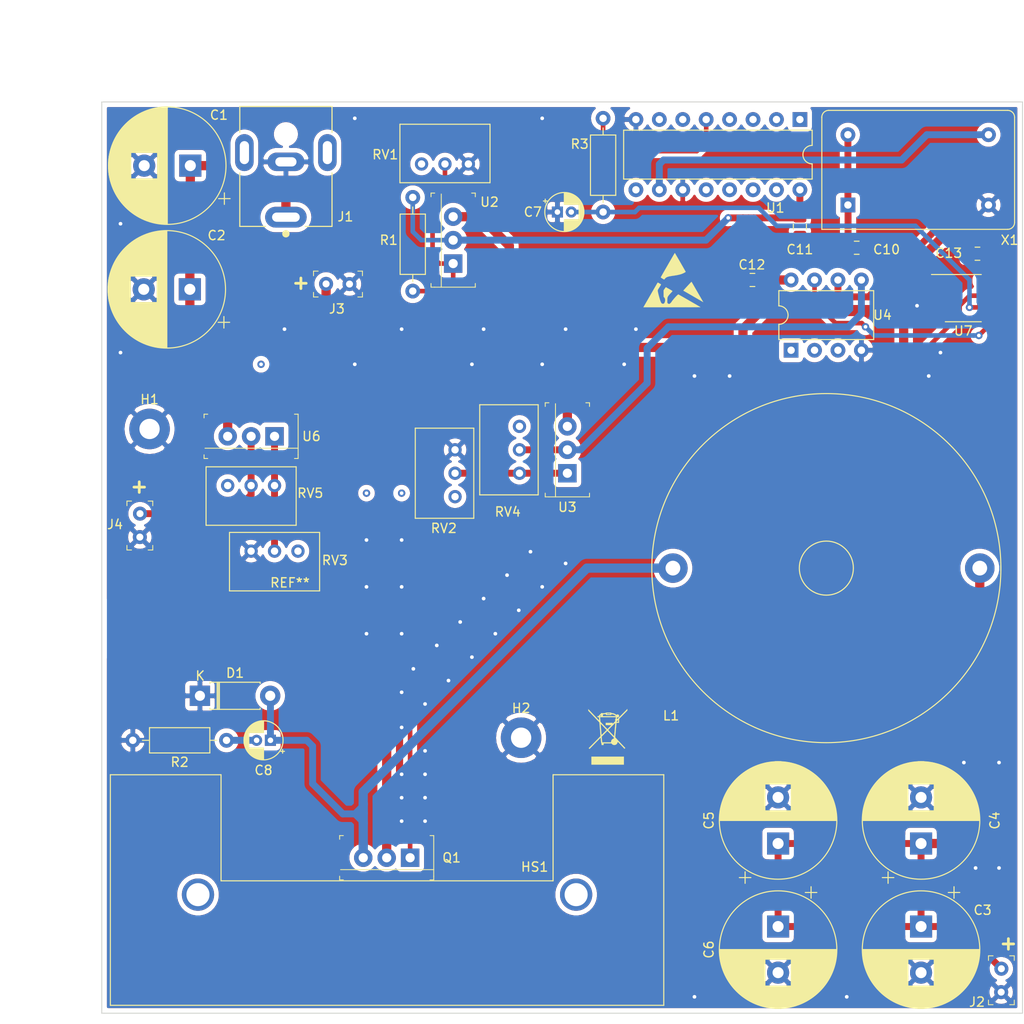
<source format=kicad_pcb>
(kicad_pcb (version 20171130) (host pcbnew "(5.1.4)-1")
  (layers (0 F.Cu signal) (31 B.Cu signal) (34 B.Paste user) (35 F.Paste user) (36 B.SilkS user) (37 F.SilkS user) (38 B.Mask user) (39 F.Mask user) (44 Edge.Cuts user))
  (net 0 "")
  (net 1 GND)
  (net 2 +12V)
  (net 3 "Net-(C3-Pad1)")
  (net 4 "Net-(Q1-Pad1)")
  (net 5 "Net-(R1-Pad2)")
  (net 6 "Net-(R3-Pad2)")
  (net 7 "Net-(RV1-Pad1)")
  (net 8 "Net-(RV2-Pad1)")
  (net 9 "Net-(RV3-Pad1)")
  (net 10 "Net-(U1-Pad15)")
  (net 11 "Net-(U1-Pad7)")
  (net 12 "Net-(U1-Pad14)")
  (net 13 "Net-(U1-Pad6)")
  (net 14 "Net-(U1-Pad13)")
  (net 15 "Net-(U1-Pad12)")
  (net 16 "Net-(U1-Pad4)")
  (net 17 "Net-(U1-Pad3)")
  (net 18 "Net-(U1-Pad10)")
  (net 19 "Net-(U1-Pad2)")
  (net 20 "Net-(U1-Pad9)")
  (net 21 "Net-(U1-Pad1)")
  (net 22 "Net-(J4-Pad2)")
  (net 23 "Net-(C7-Pad2)")
  (net 24 "Net-(C8-Pad2)")
  (net 25 "Net-(C8-Pad1)")
  (net 26 "Net-(C10-Pad2)")
  (net 27 "Net-(RV2-Pad2)")
  (net 28 "Net-(RV3-Pad2)")
  (net 29 "Net-(RV4-Pad3)")
  (net 30 "Net-(RV4-Pad2)")
  (net 31 "Net-(RV5-Pad3)")
  (net 32 "Net-(U4-Pad7)")
  (module MountingHole:MountingHole_2.2mm_M2_Pad (layer F.Cu) (at 81.534 103.9876)
    (fp_text reference H2 (at 0 -3.2) (layer F.SilkS))
    (fp_text value MountingHole_Pad)
    (pad 1 thru_hole circle (at 0 0) (size 4.4 4.4) (drill 2.2) (layers *.Cu *.Mask) (net 1 GND))
  )
  (module MountingHole:MountingHole_2.2mm_M2_Pad (layer F.Cu) (at 41.2496 70.5104)
    (fp_text reference H1 (at 0 -3.2) (layer F.SilkS))
    (fp_text value MountingHole_Pad)
    (pad 1 thru_hole circle (at 0 0) (size 4.4 4.4) (drill 2.2) (layers *.Cu *.Mask) (net 1 GND))
  )
  (module Symbol:Symbol_CC-PublicDomain_CopperTop_Small (layer F.Cu) (at 55.88 94.488)
    (fp_text reference REF** (at 0.59944 -7.29996) (layer F.SilkS))
    (fp_text value Symbol_CC-PublicDomain_CopperTop_Small)
    (fp_line (start 0.59944 -2.4003) (end 0 -2.49936) (layer F.Cu) (width 0.381))
    (fp_line (start 1.00076 -2.30124) (end 0.59944 -2.4003) (layer F.Cu) (width 0.381))
    (fp_line (start 1.50114 -1.99898) (end 1.00076 -2.30124) (layer F.Cu) (width 0.381))
    (fp_line (start 1.99898 -1.50114) (end 1.50114 -1.99898) (layer F.Cu) (width 0.381))
    (fp_line (start 2.30124 -1.00076) (end 1.99898 -1.50114) (layer F.Cu) (width 0.381))
    (fp_line (start 2.49936 -0.39878) (end 2.30124 -1.00076) (layer F.Cu) (width 0.381))
    (fp_line (start 2.49936 0.20066) (end 2.49936 -0.39878) (layer F.Cu) (width 0.381))
    (fp_line (start 2.4003 0.8001) (end 2.49936 0.20066) (layer F.Cu) (width 0.381))
    (fp_line (start 1.99898 1.50114) (end 2.4003 0.8001) (layer F.Cu) (width 0.381))
    (fp_line (start 1.50114 1.99898) (end 1.99898 1.50114) (layer F.Cu) (width 0.381))
    (fp_line (start 0.89916 2.30124) (end 1.50114 1.99898) (layer F.Cu) (width 0.381))
    (fp_line (start 0.29972 2.49936) (end 0.89916 2.30124) (layer F.Cu) (width 0.381))
    (fp_line (start -0.50038 2.49936) (end 0.29972 2.49936) (layer F.Cu) (width 0.381))
    (fp_line (start -1.19888 2.19964) (end -0.50038 2.49936) (layer F.Cu) (width 0.381))
    (fp_line (start -1.69926 1.80086) (end -1.19888 2.19964) (layer F.Cu) (width 0.381))
    (fp_line (start -2.30124 1.09982) (end -1.69926 1.80086) (layer F.Cu) (width 0.381))
    (fp_line (start -2.49936 0.29972) (end -2.30124 1.09982) (layer F.Cu) (width 0.381))
    (fp_line (start -2.49936 -0.29972) (end -2.49936 0.29972) (layer F.Cu) (width 0.381))
    (fp_line (start -2.4003 -0.8001) (end -2.49936 -0.29972) (layer F.Cu) (width 0.381))
    (fp_line (start -2.19964 -1.19888) (end -2.4003 -0.8001) (layer F.Cu) (width 0.381))
    (fp_line (start -1.69926 -1.80086) (end -2.19964 -1.19888) (layer F.Cu) (width 0.381))
    (fp_line (start -1.19888 -2.19964) (end -1.69926 -1.80086) (layer F.Cu) (width 0.381))
    (fp_line (start -0.70104 -2.4003) (end -1.19888 -2.19964) (layer F.Cu) (width 0.381))
    (fp_line (start -0.09906 -2.49936) (end -0.70104 -2.4003) (layer F.Cu) (width 0.381))
    (fp_line (start 0 -2.49936) (end -0.09906 -2.49936) (layer F.Cu) (width 0.381))
    (fp_line (start -0.25 -1.15) (end 0 -1.2) (layer F.Cu) (width 0.381))
    (fp_line (start -0.5 -0.95) (end -0.25 -1.15) (layer F.Cu) (width 0.381))
    (fp_line (start -0.65 -0.45) (end -0.5 -0.95) (layer F.Cu) (width 0.381))
    (fp_line (start -0.75 0.05) (end -0.65 -0.45) (layer F.Cu) (width 0.381))
    (fp_line (start -0.65 0.6) (end -0.75 0.05) (layer F.Cu) (width 0.381))
    (fp_line (start -0.5 1) (end -0.65 0.6) (layer F.Cu) (width 0.381))
    (fp_line (start -0.25 1.25) (end -0.5 1) (layer F.Cu) (width 0.381))
    (fp_line (start 0.05 1.3) (end -0.25 1.25) (layer F.Cu) (width 0.381))
    (fp_line (start 0.35 1.1) (end 0.05 1.3) (layer F.Cu) (width 0.381))
    (fp_line (start 0.5 0.85) (end 0.35 1.1) (layer F.Cu) (width 0.381))
    (fp_line (start 0.7 0.4) (end 0.5 0.85) (layer F.Cu) (width 0.381))
    (fp_line (start 0.7 0.05) (end 0.7 0.4) (layer F.Cu) (width 0.381))
    (fp_line (start 0.7 -0.4) (end 0.7 0.05) (layer F.Cu) (width 0.381))
    (fp_line (start 0.55 -0.8) (end 0.7 -0.4) (layer F.Cu) (width 0.381))
    (fp_line (start 0.3 -1.1) (end 0.55 -0.8) (layer F.Cu) (width 0.381))
    (fp_line (start 0 -1.2) (end 0.3 -1.1) (layer F.Cu) (width 0.381))
    (fp_line (start 0.45 -0.9) (end -0.45 0.9) (layer F.Cu) (width 0.381))
  )
  (module Symbol:KiCad-Logo2_5mm_Copper (layer F.Cu) (at 43.434 91.948)
    (fp_text reference REF** hide)
    (fp_text value KiCad-Logo2_5mm_Copper hide)
    (fp_poly (pts (xy 6.228823 2.274533) (xy 6.260202 2.296776) (xy 6.287911 2.324485) (xy 6.287911 2.63392) (xy 6.287838 2.725799) (xy 6.287495 2.79784) (xy 6.286692 2.85278) (xy 6.285241 2.89336) (xy 6.282952 2.922317) (xy 6.279636 2.942391) (xy 6.275105 2.956321) (xy 6.269169 2.966845) (xy 6.264514 2.9731) (xy 6.233783 2.997673) (xy 6.198496 3.000341) (xy 6.166245 2.985271) (xy 6.155588 2.976374) (xy 6.148464 2.964557) (xy 6.144167 2.945526) (xy 6.141991 2.914992) (xy 6.141228 2.868662) (xy 6.141155 2.832871) (xy 6.141155 2.698045) (xy 5.644444 2.698045) (xy 5.644444 2.8207) (xy 5.643931 2.876787) (xy 5.641876 2.915333) (xy 5.637508 2.941361) (xy 5.630056 2.959897) (xy 5.621047 2.9731) (xy 5.590144 2.997604) (xy 5.555196 3.000506) (xy 5.521738 2.983089) (xy 5.512604 2.973959) (xy 5.506152 2.961855) (xy 5.501897 2.943001) (xy 5.499352 2.91362) (xy 5.498029 2.869937) (xy 5.497443 2.808175) (xy 5.497375 2.794) (xy 5.496891 2.677631) (xy 5.496641 2.581727) (xy 5.496723 2.504177) (xy 5.497231 2.442869) (xy 5.498262 2.39569) (xy 5.499913 2.36053) (xy 5.502279 2.335276) (xy 5.505457 2.317817) (xy 5.509544 2.306041) (xy 5.514634 2.297835) (xy 5.520266 2.291645) (xy 5.552128 2.271844) (xy 5.585357 2.274533) (xy 5.616735 2.296776) (xy 5.629433 2.311126) (xy 5.637526 2.326978) (xy 5.642042 2.349554) (xy 5.644006 2.384078) (xy 5.644444 2.435776) (xy 5.644444 2.551289) (xy 6.141155 2.551289) (xy 6.141155 2.432756) (xy 6.141662 2.378148) (xy 6.143698 2.341275) (xy 6.148035 2.317307) (xy 6.155447 2.301415) (xy 6.163733 2.291645) (xy 6.195594 2.271844) (xy 6.228823 2.274533)) (layer F.Cu) (width 0.01))
    (fp_poly (pts (xy 4.963065 2.269163) (xy 5.041772 2.269542) (xy 5.102863 2.270333) (xy 5.148817 2.27167) (xy 5.182114 2.273683) (xy 5.205236 2.276506) (xy 5.220662 2.280269) (xy 5.230871 2.285105) (xy 5.235813 2.288822) (xy 5.261457 2.321358) (xy 5.264559 2.355138) (xy 5.248711 2.385826) (xy 5.238348 2.398089) (xy 5.227196 2.40645) (xy 5.211035 2.411657) (xy 5.185642 2.414457) (xy 5.146798 2.415596) (xy 5.09028 2.415821) (xy 5.07918 2.415822) (xy 4.933244 2.415822) (xy 4.933244 2.686756) (xy 4.933148 2.772154) (xy 4.932711 2.837864) (xy 4.931712 2.886774) (xy 4.929928 2.921773) (xy 4.927137 2.945749) (xy 4.923117 2.961593) (xy 4.917645 2.972191) (xy 4.910666 2.980267) (xy 4.877734 3.000112) (xy 4.843354 2.998548) (xy 4.812176 2.975906) (xy 4.809886 2.9731) (xy 4.802429 2.962492) (xy 4.796747 2.950081) (xy 4.792601 2.93285) (xy 4.78975 2.907784) (xy 4.787954 2.871867) (xy 4.786972 2.822083) (xy 4.786564 2.755417) (xy 4.786489 2.679589) (xy 4.786489 2.415822) (xy 4.647127 2.415822) (xy 4.587322 2.415418) (xy 4.545918 2.41384) (xy 4.518748 2.410547) (xy 4.501646 2.404992) (xy 4.490443 2.396631) (xy 4.489083 2.395178) (xy 4.472725 2.361939) (xy 4.474172 2.324362) (xy 4.492978 2.291645) (xy 4.50025 2.285298) (xy 4.509627 2.280266) (xy 4.523609 2.276396) (xy 4.544696 2.273537) (xy 4.575389 2.271535) (xy 4.618189 2.270239) (xy 4.675595 2.269498) (xy 4.75011 2.269158) (xy 4.844233 2.269068) (xy 4.86426 2.269067) (xy 4.963065 2.269163)) (layer F.Cu) (width 0.01))
    (fp_poly (pts (xy 4.188614 2.275877) (xy 4.212327 2.290647) (xy 4.238978 2.312227) (xy 4.238978 2.633773) (xy 4.238893 2.72783) (xy 4.238529 2.801932) (xy 4.237724 2.858704) (xy 4.236313 2.900768) (xy 4.234133 2.930748) (xy 4.231021 2.951267) (xy 4.226814 2.964949) (xy 4.221348 2.974416) (xy 4.217472 2.979082) (xy 4.186034 2.999575) (xy 4.150233 2.998739) (xy 4.118873 2.981264) (xy 4.092222 2.959684) (xy 4.092222 2.312227) (xy 4.118873 2.290647) (xy 4.144594 2.274949) (xy 4.1656 2.269067) (xy 4.188614 2.275877)) (layer F.Cu) (width 0.01))
    (fp_poly (pts (xy 3.744665 2.271034) (xy 3.764255 2.278035) (xy 3.76501 2.278377) (xy 3.791613 2.298678) (xy 3.80627 2.319561) (xy 3.809138 2.329352) (xy 3.808996 2.342361) (xy 3.804961 2.360895) (xy 3.796146 2.387257) (xy 3.781669 2.423752) (xy 3.760645 2.472687) (xy 3.732188 2.536365) (xy 3.695415 2.617093) (xy 3.675175 2.661216) (xy 3.638625 2.739985) (xy 3.604315 2.812423) (xy 3.573552 2.87588) (xy 3.547648 2.927708) (xy 3.52791 2.965259) (xy 3.51565 2.985884) (xy 3.513224 2.988733) (xy 3.482183 3.001302) (xy 3.447121 2.999619) (xy 3.419 2.984332) (xy 3.417854 2.983089) (xy 3.406668 2.966154) (xy 3.387904 2.93317) (xy 3.363875 2.88838) (xy 3.336897 2.836032) (xy 3.327201 2.816742) (xy 3.254014 2.67015) (xy 3.17424 2.829393) (xy 3.145767 2.884415) (xy 3.11935 2.932132) (xy 3.097148 2.968893) (xy 3.081319 2.991044) (xy 3.075954 2.995741) (xy 3.034257 3.002102) (xy 2.999849 2.988733) (xy 2.989728 2.974446) (xy 2.972214 2.942692) (xy 2.948735 2.896597) (xy 2.92072 2.839285) (xy 2.889599 2.77388) (xy 2.856799 2.703507) (xy 2.82375 2.631291) (xy 2.791881 2.560355) (xy 2.762619 2.493825) (xy 2.737395 2.434826) (xy 2.717636 2.386481) (xy 2.704772 2.351915) (xy 2.700231 2.334253) (xy 2.700277 2.333613) (xy 2.711326 2.311388) (xy 2.73341 2.288753) (xy 2.73471 2.287768) (xy 2.761853 2.272425) (xy 2.786958 2.272574) (xy 2.796368 2.275466) (xy 2.807834 2.281718) (xy 2.82001 2.294014) (xy 2.834357 2.314908) (xy 2.852336 2.346949) (xy 2.875407 2.392688) (xy 2.90503 2.454677) (xy 2.931745 2.511898) (xy 2.96248 2.578226) (xy 2.990021 2.637874) (xy 3.012938 2.687725) (xy 3.029798 2.724664) (xy 3.039173 2.745573) (xy 3.04054 2.748845) (xy 3.046689 2.743497) (xy 3.060822 2.721109) (xy 3.081057 2.684946) (xy 3.105515 2.638277) (xy 3.115248 2.619022) (xy 3.148217 2.554004) (xy 3.173643 2.506654) (xy 3.193612 2.474219) (xy 3.21021 2.453946) (xy 3.225524 2.443082) (xy 3.24164 2.438875) (xy 3.252143 2.4384) (xy 3.27067 2.440042) (xy 3.286904 2.446831) (xy 3.303035 2.461566) (xy 3.321251 2.487044) (xy 3.343739 2.526061) (xy 3.372689 2.581414) (xy 3.388662 2.612903) (xy 3.41457 2.663087) (xy 3.437167 2.704704) (xy 3.454458 2.734242) (xy 3.46445 2.748189) (xy 3.465809 2.74877) (xy 3.472261 2.737793) (xy 3.486708 2.70929) (xy 3.507703 2.666244) (xy 3.533797 2.611638) (xy 3.563546 2.548454) (xy 3.57818 2.517071) (xy 3.61625 2.436078) (xy 3.646905 2.373756) (xy 3.671737 2.328071) (xy 3.692337 2.296989) (xy 3.710298 2.278478) (xy 3.72721 2.270504) (xy 3.744665 2.271034)) (layer F.Cu) (width 0.01))
    (fp_poly (pts (xy 1.018309 2.269275) (xy 1.147288 2.273636) (xy 1.256991 2.286861) (xy 1.349226 2.309741) (xy 1.425802 2.34307) (xy 1.488527 2.387638) (xy 1.539212 2.444236) (xy 1.579663 2.513658) (xy 1.580459 2.515351) (xy 1.604601 2.577483) (xy 1.613203 2.632509) (xy 1.606231 2.687887) (xy 1.583654 2.751073) (xy 1.579372 2.760689) (xy 1.550172 2.816966) (xy 1.517356 2.860451) (xy 1.475002 2.897417) (xy 1.41719 2.934135) (xy 1.413831 2.936052) (xy 1.363504 2.960227) (xy 1.306621 2.978282) (xy 1.239527 2.990839) (xy 1.158565 2.998522) (xy 1.060082 3.001953) (xy 1.025286 3.002251) (xy 0.859594 3.002845) (xy 0.836197 2.9731) (xy 0.829257 2.963319) (xy 0.823842 2.951897) (xy 0.819765 2.936095) (xy 0.816837 2.913175) (xy 0.814867 2.880396) (xy 0.814225 2.856089) (xy 0.970844 2.856089) (xy 1.064726 2.856089) (xy 1.119664 2.854483) (xy 1.17606 2.850255) (xy 1.222345 2.844292) (xy 1.225139 2.84379) (xy 1.307348 2.821736) (xy 1.371114 2.7886) (xy 1.418452 2.742847) (xy 1.451382 2.682939) (xy 1.457108 2.667061) (xy 1.462721 2.642333) (xy 1.460291 2.617902) (xy 1.448467 2.5854) (xy 1.44134 2.569434) (xy 1.418 2.527006) (xy 1.38988 2.49724) (xy 1.35894 2.476511) (xy 1.296966 2.449537) (xy 1.217651 2.429998) (xy 1.125253 2.418746) (xy 1.058333 2.41627) (xy 0.970844 2.415822) (xy 0.970844 2.856089) (xy 0.814225 2.856089) (xy 0.813668 2.835021) (xy 0.81305 2.774311) (xy 0.812825 2.695526) (xy 0.8128 2.63392) (xy 0.8128 2.324485) (xy 0.840509 2.296776) (xy 0.852806 2.285544) (xy 0.866103 2.277853) (xy 0.884672 2.27304) (xy 0.912786 2.270446) (xy 0.954717 2.26941) (xy 1.014737 2.26927) (xy 1.018309 2.269275)) (layer F.Cu) (width 0.01))
    (fp_poly (pts (xy 0.230343 2.26926) (xy 0.306701 2.270174) (xy 0.365217 2.272311) (xy 0.408255 2.276175) (xy 0.438183 2.282267) (xy 0.457368 2.29109) (xy 0.468176 2.303146) (xy 0.472973 2.318939) (xy 0.474127 2.33897) (xy 0.474133 2.341335) (xy 0.473131 2.363992) (xy 0.468396 2.381503) (xy 0.457333 2.394574) (xy 0.437348 2.403913) (xy 0.405846 2.410227) (xy 0.360232 2.414222) (xy 0.297913 2.416606) (xy 0.216293 2.418086) (xy 0.191277 2.418414) (xy -0.0508 2.421467) (xy -0.054186 2.486378) (xy -0.057571 2.551289) (xy 0.110576 2.551289) (xy 0.176266 2.551531) (xy 0.223172 2.552556) (xy 0.255083 2.554811) (xy 0.275791 2.558742) (xy 0.289084 2.564798) (xy 0.298755 2.573424) (xy 0.298817 2.573493) (xy 0.316356 2.607112) (xy 0.315722 2.643448) (xy 0.297314 2.674423) (xy 0.293671 2.677607) (xy 0.280741 2.685812) (xy 0.263024 2.691521) (xy 0.23657 2.695162) (xy 0.197432 2.697167) (xy 0.141662 2.697964) (xy 0.105994 2.698045) (xy -0.056445 2.698045) (xy -0.056445 2.856089) (xy 0.190161 2.856089) (xy 0.27158 2.856231) (xy 0.33341 2.856814) (xy 0.378637 2.858068) (xy 0.410248 2.860227) (xy 0.431231 2.863523) (xy 0.444573 2.868189) (xy 0.453261 2.874457) (xy 0.45545 2.876733) (xy 0.471614 2.90828) (xy 0.472797 2.944168) (xy 0.459536 2.975285) (xy 0.449043 2.985271) (xy 0.438129 2.990769) (xy 0.421217 2.995022) (xy 0.395633 2.99818) (xy 0.358701 3.000392) (xy 0.307746 3.001806) (xy 0.240094 3.002572) (xy 0.153069 3.002838) (xy 0.133394 3.002845) (xy 0.044911 3.002787) (xy -0.023773 3.002467) (xy -0.075436 3.001667) (xy -0.112855 3.000167) (xy -0.13881 2.997749) (xy -0.156078 2.994194) (xy -0.167438 2.989282) (xy -0.175668 2.982795) (xy -0.180183 2.978138) (xy -0.186979 2.969889) (xy -0.192288 2.959669) (xy -0.196294 2.9448) (xy -0.199179 2.922602) (xy -0.201126 2.890393) (xy -0.202319 2.845496) (xy -0.202939 2.785228) (xy -0.203171 2.706911) (xy -0.2032 2.640994) (xy -0.203129 2.548628) (xy -0.202792 2.476117) (xy -0.202002 2.420737) (xy -0.200574 2.379765) (xy -0.198321 2.350478) (xy -0.195057 2.330153) (xy -0.190596 2.316066) (xy -0.184752 2.305495) (xy -0.179803 2.298811) (xy -0.156406 2.269067) (xy 0.133774 2.269067) (xy 0.230343 2.26926)) (layer F.Cu) (width 0.01))
    (fp_poly (pts (xy -1.300114 2.273448) (xy -1.276548 2.287273) (xy -1.245735 2.309881) (xy -1.206078 2.342338) (xy -1.15598 2.385708) (xy -1.093843 2.441058) (xy -1.018072 2.509451) (xy -0.931334 2.588084) (xy -0.750711 2.751878) (xy -0.745067 2.532029) (xy -0.743029 2.456351) (xy -0.741063 2.399994) (xy -0.738734 2.359706) (xy -0.735606 2.332235) (xy -0.731245 2.314329) (xy -0.725216 2.302737) (xy -0.717084 2.294208) (xy -0.712772 2.290623) (xy -0.678241 2.27167) (xy -0.645383 2.274441) (xy -0.619318 2.290633) (xy -0.592667 2.312199) (xy -0.589352 2.627151) (xy -0.588435 2.719779) (xy -0.587968 2.792544) (xy -0.588113 2.848161) (xy -0.589032 2.889342) (xy -0.590887 2.918803) (xy -0.593839 2.939255) (xy -0.59805 2.953413) (xy -0.603682 2.963991) (xy -0.609927 2.972474) (xy -0.623439 2.988207) (xy -0.636883 2.998636) (xy -0.652124 3.002639) (xy -0.671026 2.999094) (xy -0.695455 2.986879) (xy -0.727273 2.964871) (xy -0.768348 2.931949) (xy -0.820542 2.886991) (xy -0.885722 2.828875) (xy -0.959556 2.762099) (xy -1.224845 2.521458) (xy -1.230489 2.740589) (xy -1.232531 2.816128) (xy -1.234502 2.872354) (xy -1.236839 2.912524) (xy -1.239981 2.939896) (xy -1.244364 2.957728) (xy -1.250424 2.969279) (xy -1.2586 2.977807) (xy -1.262784 2.981282) (xy -1.299765 3.000372) (xy -1.334708 2.997493) (xy -1.365136 2.9731) (xy -1.372097 2.963286) (xy -1.377523 2.951826) (xy -1.381603 2.935968) (xy -1.384529 2.912963) (xy -1.386492 2.880062) (xy -1.387683 2.834516) (xy -1.388292 2.773573) (xy -1.388511 2.694486) (xy -1.388534 2.635956) (xy -1.38846 2.544407) (xy -1.388113 2.472687) (xy -1.387301 2.418045) (xy -1.385833 2.377732) (xy -1.383519 2.348998) (xy -1.380167 2.329093) (xy -1.375588 2.315268) (xy -1.369589 2.304772) (xy -1.365136 2.298811) (xy -1.35385 2.284691) (xy -1.343301 2.274029) (xy -1.331893 2.267892) (xy -1.31803 2.267343) (xy -1.300114 2.273448)) (layer F.Cu) (width 0.01))
    (fp_poly (pts (xy -1.950081 2.274599) (xy -1.881565 2.286095) (xy -1.828943 2.303967) (xy -1.794708 2.327499) (xy -1.785379 2.340924) (xy -1.775893 2.372148) (xy -1.782277 2.400395) (xy -1.80243 2.427182) (xy -1.833745 2.439713) (xy -1.879183 2.438696) (xy -1.914326 2.431906) (xy -1.992419 2.418971) (xy -2.072226 2.417742) (xy -2.161555 2.428241) (xy -2.186229 2.43269) (xy -2.269291 2.456108) (xy -2.334273 2.490945) (xy -2.380461 2.536604) (xy -2.407145 2.592494) (xy -2.412663 2.621388) (xy -2.409051 2.680012) (xy -2.385729 2.731879) (xy -2.344824 2.775978) (xy -2.288459 2.811299) (xy -2.21876 2.836829) (xy -2.137852 2.851559) (xy -2.04786 2.854478) (xy -1.95091 2.844575) (xy -1.945436 2.843641) (xy -1.906875 2.836459) (xy -1.885494 2.829521) (xy -1.876227 2.819227) (xy -1.874006 2.801976) (xy -1.873956 2.792841) (xy -1.873956 2.754489) (xy -1.942431 2.754489) (xy -2.0029 2.750347) (xy -2.044165 2.737147) (xy -2.068175 2.71373) (xy -2.076877 2.678936) (xy -2.076983 2.674394) (xy -2.071892 2.644654) (xy -2.054433 2.623419) (xy -2.021939 2.609366) (xy -1.971743 2.601173) (xy -1.923123 2.598161) (xy -1.852456 2.596433) (xy -1.801198 2.59907) (xy -1.766239 2.6088) (xy -1.74447 2.628353) (xy -1.73278 2.660456) (xy -1.72806 2.707838) (xy -1.7272 2.770071) (xy -1.728609 2.839535) (xy -1.732848 2.886786) (xy -1.739936 2.912012) (xy -1.741311 2.913988) (xy -1.780228 2.945508) (xy -1.837286 2.97047) (xy -1.908869 2.98834) (xy -1.991358 2.998586) (xy -2.081139 3.000673) (xy -2.174592 2.994068) (xy -2.229556 2.985956) (xy -2.315766 2.961554) (xy -2.395892 2.921662) (xy -2.462977 2.869887) (xy -2.473173 2.859539) (xy -2.506302 2.816035) (xy -2.536194 2.762118) (xy -2.559357 2.705592) (xy -2.572298 2.654259) (xy -2.573858 2.634544) (xy -2.567218 2.593419) (xy -2.549568 2.542252) (xy -2.524297 2.488394) (xy -2.494789 2.439195) (xy -2.468719 2.406334) (xy -2.407765 2.357452) (xy -2.328969 2.318545) (xy -2.235157 2.290494) (xy -2.12915 2.274179) (xy -2.032 2.270192) (xy -1.950081 2.274599)) (layer F.Cu) (width 0.01))
    (fp_poly (pts (xy -2.923822 2.291645) (xy -2.917242 2.299218) (xy -2.912079 2.308987) (xy -2.908164 2.323571) (xy -2.905324 2.345585) (xy -2.903387 2.377648) (xy -2.902183 2.422375) (xy -2.901539 2.482385) (xy -2.901284 2.560294) (xy -2.901245 2.635956) (xy -2.901314 2.729802) (xy -2.901638 2.803689) (xy -2.902386 2.860232) (xy -2.903732 2.902049) (xy -2.905846 2.931757) (xy -2.9089 2.951973) (xy -2.913066 2.965314) (xy -2.918516 2.974398) (xy -2.923822 2.980267) (xy -2.956826 2.999947) (xy -2.991991 2.998181) (xy -3.023455 2.976717) (xy -3.030684 2.968337) (xy -3.036334 2.958614) (xy -3.040599 2.944861) (xy -3.043673 2.924389) (xy -3.045752 2.894512) (xy -3.04703 2.852541) (xy -3.047701 2.795789) (xy -3.047959 2.721567) (xy -3.048 2.637537) (xy -3.048 2.324485) (xy -3.020291 2.296776) (xy -2.986137 2.273463) (xy -2.953006 2.272623) (xy -2.923822 2.291645)) (layer F.Cu) (width 0.01))
    (fp_poly (pts (xy -3.691703 2.270351) (xy -3.616888 2.275581) (xy -3.547306 2.28375) (xy -3.487002 2.29455) (xy -3.44002 2.307673) (xy -3.410406 2.322813) (xy -3.40586 2.327269) (xy -3.390054 2.36185) (xy -3.394847 2.397351) (xy -3.419364 2.427725) (xy -3.420534 2.428596) (xy -3.434954 2.437954) (xy -3.450008 2.442876) (xy -3.471005 2.443473) (xy -3.503257 2.439861) (xy -3.552073 2.432154) (xy -3.556 2.431505) (xy -3.628739 2.422569) (xy -3.707217 2.418161) (xy -3.785927 2.418119) (xy -3.859361 2.422279) (xy -3.922011 2.430479) (xy -3.96837 2.442557) (xy -3.971416 2.443771) (xy -4.005048 2.462615) (xy -4.016864 2.481685) (xy -4.007614 2.500439) (xy -3.978047 2.518337) (xy -3.928911 2.534837) (xy -3.860957 2.549396) (xy -3.815645 2.556406) (xy -3.721456 2.569889) (xy -3.646544 2.582214) (xy -3.587717 2.594449) (xy -3.541785 2.607661) (xy -3.505555 2.622917) (xy -3.475838 2.641285) (xy -3.449442 2.663831) (xy -3.42823 2.685971) (xy -3.403065 2.716819) (xy -3.390681 2.743345) (xy -3.386808 2.776026) (xy -3.386667 2.787995) (xy -3.389576 2.827712) (xy -3.401202 2.857259) (xy -3.421323 2.883486) (xy -3.462216 2.923576) (xy -3.507817 2.954149) (xy -3.561513 2.976203) (xy -3.626692 2.990735) (xy -3.706744 2.998741) (xy -3.805057 3.001218) (xy -3.821289 3.001177) (xy -3.886849 2.999818) (xy -3.951866 2.99673) (xy -4.009252 2.992356) (xy -4.051922 2.98714) (xy -4.055372 2.986541) (xy -4.097796 2.976491) (xy -4.13378 2.963796) (xy -4.15415 2.95219) (xy -4.173107 2.921572) (xy -4.174427 2.885918) (xy -4.158085 2.854144) (xy -4.154429 2.850551) (xy -4.139315 2.839876) (xy -4.120415 2.835276) (xy -4.091162 2.836059) (xy -4.055651 2.840127) (xy -4.01597 2.843762) (xy -3.960345 2.846828) (xy -3.895406 2.849053) (xy -3.827785 2.850164) (xy -3.81 2.850237) (xy -3.742128 2.849964) (xy -3.692454 2.848646) (xy -3.65661 2.845827) (xy -3.630224 2.84105) (xy -3.608926 2.833857) (xy -3.596126 2.827867) (xy -3.568 2.811233) (xy -3.550068 2.796168) (xy -3.547447 2.791897) (xy -3.552976 2.774263) (xy -3.57926 2.757192) (xy -3.624478 2.741458) (xy -3.686808 2.727838) (xy -3.705171 2.724804) (xy -3.80109 2.709738) (xy -3.877641 2.697146) (xy -3.93778 2.686111) (xy -3.98446 2.67572) (xy -4.020637 2.665056) (xy -4.049265 2.653205) (xy -4.073298 2.639251) (xy -4.095692 2.622281) (xy -4.119402 2.601378) (xy -4.12738 2.594049) (xy -4.155353 2.566699) (xy -4.17016 2.545029) (xy -4.175952 2.520232) (xy -4.176889 2.488983) (xy -4.166575 2.427705) (xy -4.135752 2.37564) (xy -4.084595 2.332958) (xy -4.013283 2.299825) (xy -3.9624 2.284964) (xy -3.9071 2.275366) (xy -3.840853 2.269936) (xy -3.767706 2.268367) (xy -3.691703 2.270351)) (layer F.Cu) (width 0.01))
    (fp_poly (pts (xy -4.712794 2.269146) (xy -4.643386 2.269518) (xy -4.590997 2.270385) (xy -4.552847 2.271946) (xy -4.526159 2.274403) (xy -4.508153 2.277957) (xy -4.496049 2.28281) (xy -4.487069 2.289161) (xy -4.483818 2.292084) (xy -4.464043 2.323142) (xy -4.460482 2.358828) (xy -4.473491 2.39051) (xy -4.479506 2.396913) (xy -4.489235 2.403121) (xy -4.504901 2.40791) (xy -4.529408 2.411514) (xy -4.565661 2.414164) (xy -4.616565 2.416095) (xy -4.685026 2.417539) (xy -4.747617 2.418418) (xy -4.995334 2.421467) (xy -4.998719 2.486378) (xy -5.002105 2.551289) (xy -4.833958 2.551289) (xy -4.760959 2.551919) (xy -4.707517 2.554553) (xy -4.670628 2.560309) (xy -4.647288 2.570304) (xy -4.634494 2.585656) (xy -4.629242 2.607482) (xy -4.628445 2.627738) (xy -4.630923 2.652592) (xy -4.640277 2.670906) (xy -4.659383 2.683637) (xy -4.691118 2.691741) (xy -4.738359 2.696176) (xy -4.803983 2.697899) (xy -4.839801 2.698045) (xy -5.000978 2.698045) (xy -5.000978 2.856089) (xy -4.752622 2.856089) (xy -4.671213 2.856202) (xy -4.609342 2.856712) (xy -4.563968 2.85787) (xy -4.532054 2.85993) (xy -4.510559 2.863146) (xy -4.496443 2.867772) (xy -4.486668 2.874059) (xy -4.481689 2.878667) (xy -4.46461 2.90556) (xy -4.459111 2.929467) (xy -4.466963 2.958667) (xy -4.481689 2.980267) (xy -4.489546 2.987066) (xy -4.499688 2.992346) (xy -4.514844 2.996298) (xy -4.537741 2.999113) (xy -4.571109 3.000982) (xy -4.617675 3.002098) (xy -4.680167 3.002651) (xy -4.761314 3.002833) (xy -4.803422 3.002845) (xy -4.893598 3.002765) (xy -4.963924 3.002398) (xy -5.017129 3.001552) (xy -5.05594 3.000036) (xy -5.083087 2.997659) (xy -5.101298 2.994229) (xy -5.1133 2.989554) (xy -5.121822 2.983444) (xy -5.125156 2.980267) (xy -5.131755 2.97267) (xy -5.136927 2.96287) (xy -5.140846 2.948239) (xy -5.143684 2.926152) (xy -5.145615 2.893982) (xy -5.146812 2.849103) (xy -5.147448 2.788889) (xy -5.147697 2.710713) (xy -5.147734 2.637923) (xy -5.1477 2.544707) (xy -5.147465 2.471431) (xy -5.14683 2.415458) (xy -5.145594 2.374151) (xy -5.143556 2.344872) (xy -5.140517 2.324984) (xy -5.136277 2.31185) (xy -5.130635 2.302832) (xy -5.123391 2.295293) (xy -5.121606 2.293612) (xy -5.112945 2.286172) (xy -5.102882 2.280409) (xy -5.088625 2.276112) (xy -5.067383 2.273064) (xy -5.036364 2.271051) (xy -4.992777 2.26986) (xy -4.933831 2.269275) (xy -4.856734 2.269083) (xy -4.802001 2.269067) (xy -4.712794 2.269146)) (layer F.Cu) (width 0.01))
    (fp_poly (pts (xy -6.121371 2.269066) (xy -6.081889 2.269467) (xy -5.9662 2.272259) (xy -5.869311 2.28055) (xy -5.787919 2.295232) (xy -5.718723 2.317193) (xy -5.65842 2.347322) (xy -5.603708 2.38651) (xy -5.584167 2.403532) (xy -5.55175 2.443363) (xy -5.52252 2.497413) (xy -5.499991 2.557323) (xy -5.487679 2.614739) (xy -5.4864 2.635956) (xy -5.494417 2.694769) (xy -5.515899 2.759013) (xy -5.546999 2.819821) (xy -5.583866 2.86833) (xy -5.589854 2.874182) (xy -5.640579 2.915321) (xy -5.696125 2.947435) (xy -5.759696 2.971365) (xy -5.834494 2.987953) (xy -5.923722 2.998041) (xy -6.030582 3.002469) (xy -6.079528 3.002845) (xy -6.141762 3.002545) (xy -6.185528 3.001292) (xy -6.214931 2.998554) (xy -6.234079 2.993801) (xy -6.247077 2.986501) (xy -6.254045 2.980267) (xy -6.260626 2.972694) (xy -6.265788 2.962924) (xy -6.269703 2.94834) (xy -6.272543 2.926326) (xy -6.27448 2.894264) (xy -6.275684 2.849536) (xy -6.276328 2.789526) (xy -6.276583 2.711617) (xy -6.276622 2.635956) (xy -6.27687 2.535041) (xy -6.276817 2.454427) (xy -6.275857 2.415822) (xy -6.129867 2.415822) (xy -6.129867 2.856089) (xy -6.036734 2.856004) (xy -5.980693 2.854396) (xy -5.921999 2.850256) (xy -5.873028 2.844464) (xy -5.871538 2.844226) (xy -5.792392 2.82509) (xy -5.731002 2.795287) (xy -5.684305 2.752878) (xy -5.654635 2.706961) (xy -5.636353 2.656026) (xy -5.637771 2.6082) (xy -5.658988 2.556933) (xy -5.700489 2.503899) (xy -5.757998 2.4646) (xy -5.83275 2.438331) (xy -5.882708 2.429035) (xy -5.939416 2.422507) (xy -5.999519 2.417782) (xy -6.050639 2.415817) (xy -6.053667 2.415808) (xy -6.129867 2.415822) (xy -6.275857 2.415822) (xy -6.27526 2.391851) (xy -6.270998 2.345055) (xy -6.26283 2.311778) (xy -6.249556 2.289759) (xy -6.229974 2.276739) (xy -6.202883 2.270457) (xy -6.167082 2.268653) (xy -6.121371 2.269066)) (layer F.Cu) (width 0.01))
    (fp_poly (pts (xy -2.273043 -2.973429) (xy -2.176768 -2.949191) (xy -2.090184 -2.906359) (xy -2.015373 -2.846581) (xy -1.954418 -2.771506) (xy -1.909399 -2.68278) (xy -1.883136 -2.58647) (xy -1.877286 -2.489205) (xy -1.89214 -2.395346) (xy -1.92584 -2.307489) (xy -1.976528 -2.22823) (xy -2.042345 -2.160164) (xy -2.121434 -2.105888) (xy -2.211934 -2.067998) (xy -2.2632 -2.055574) (xy -2.307698 -2.048053) (xy -2.341999 -2.045081) (xy -2.37496 -2.046906) (xy -2.415434 -2.053775) (xy -2.448531 -2.06075) (xy -2.541947 -2.092259) (xy -2.625619 -2.143383) (xy -2.697665 -2.212571) (xy -2.7562 -2.298272) (xy -2.770148 -2.325511) (xy -2.786586 -2.361878) (xy -2.796894 -2.392418) (xy -2.80246 -2.42455) (xy -2.804669 -2.465693) (xy -2.804948 -2.511778) (xy -2.800861 -2.596135) (xy -2.787446 -2.665414) (xy -2.762256 -2.726039) (xy -2.722846 -2.784433) (xy -2.684298 -2.828698) (xy -2.612406 -2.894516) (xy -2.537313 -2.939947) (xy -2.454562 -2.96715) (xy -2.376928 -2.977424) (xy -2.273043 -2.973429)) (layer F.Cu) (width 0.01))
    (fp_poly (pts (xy 6.186507 -0.527755) (xy 6.186526 -0.293338) (xy 6.186552 -0.080397) (xy 6.186625 0.112168) (xy 6.186782 0.285459) (xy 6.187064 0.440576) (xy 6.187509 0.57862) (xy 6.188156 0.700692) (xy 6.189045 0.807894) (xy 6.190213 0.901326) (xy 6.191701 0.98209) (xy 6.193546 1.051286) (xy 6.195789 1.110015) (xy 6.198469 1.159379) (xy 6.201623 1.200478) (xy 6.205292 1.234413) (xy 6.209513 1.262286) (xy 6.214327 1.285198) (xy 6.219773 1.304249) (xy 6.225888 1.32054) (xy 6.232712 1.335173) (xy 6.240285 1.349249) (xy 6.248645 1.363868) (xy 6.253839 1.372974) (xy 6.288104 1.433689) (xy 5.429955 1.433689) (xy 5.429955 1.337733) (xy 5.429224 1.29437) (xy 5.427272 1.261205) (xy 5.424463 1.243424) (xy 5.423221 1.241778) (xy 5.411799 1.248662) (xy 5.389084 1.266505) (xy 5.366385 1.285879) (xy 5.3118 1.326614) (xy 5.242321 1.367617) (xy 5.16527 1.405123) (xy 5.087965 1.435364) (xy 5.057113 1.445012) (xy 4.988616 1.459578) (xy 4.905764 1.469539) (xy 4.816371 1.474583) (xy 4.728248 1.474396) (xy 4.649207 1.468666) (xy 4.611511 1.462858) (xy 4.473414 1.424797) (xy 4.346113 1.367073) (xy 4.230292 1.290211) (xy 4.126637 1.194739) (xy 4.035833 1.081179) (xy 3.969031 0.970381) (xy 3.914164 0.853625) (xy 3.872163 0.734276) (xy 3.842167 0.608283) (xy 3.823311 0.471594) (xy 3.814732 0.320158) (xy 3.814006 0.242711) (xy 3.8161 0.185934) (xy 4.645217 0.185934) (xy 4.645424 0.279002) (xy 4.648337 0.366692) (xy 4.654 0.443772) (xy 4.662455 0.505009) (xy 4.665038 0.51735) (xy 4.69684 0.624633) (xy 4.738498 0.711658) (xy 4.790363 0.778642) (xy 4.852781 0.825805) (xy 4.9261 0.853365) (xy 5.010669 0.861541) (xy 5.106835 0.850551) (xy 5.170311 0.834829) (xy 5.219454 0.816639) (xy 5.273583 0.790791) (xy 5.314244 0.767089) (xy 5.3848 0.720721) (xy 5.3848 -0.42947) (xy 5.317392 -0.473038) (xy 5.238867 -0.51396) (xy 5.154681 -0.540611) (xy 5.069557 -0.552535) (xy 4.988216 -0.549278) (xy 4.91538 -0.530385) (xy 4.883426 -0.514816) (xy 4.825501 -0.471819) (xy 4.776544 -0.415047) (xy 4.73539 -0.342425) (xy 4.700874 -0.251879) (xy 4.671833 -0.141334) (xy 4.670552 -0.135467) (xy 4.660381 -0.073212) (xy 4.652739 0.004594) (xy 4.64767 0.09272) (xy 4.645217 0.185934) (xy 3.8161 0.185934) (xy 3.821857 0.029895) (xy 3.843802 -0.165941) (xy 3.879786 -0.344668) (xy 3.929759 -0.506155) (xy 3.993668 -0.650274) (xy 4.071462 -0.776894) (xy 4.163089 -0.885885) (xy 4.268497 -0.977117) (xy 4.313662 -1.008068) (xy 4.414611 -1.064215) (xy 4.517901 -1.103826) (xy 4.627989 -1.127986) (xy 4.74933 -1.137781) (xy 4.841836 -1.136735) (xy 4.97149 -1.125769) (xy 5.084084 -1.103954) (xy 5.182875 -1.070286) (xy 5.271121 -1.023764) (xy 5.319986 -0.989552) (xy 5.349353 -0.967638) (xy 5.371043 -0.952667) (xy 5.379253 -0.948267) (xy 5.380868 -0.959096) (xy 5.382159 -0.989749) (xy 5.383138 -1.037474) (xy 5.383817 -1.099521) (xy 5.38421 -1.173138) (xy 5.38433 -1.255573) (xy 5.384188 -1.344075) (xy 5.383797 -1.435893) (xy 5.383171 -1.528276) (xy 5.38232 -1.618472) (xy 5.38126 -1.703729) (xy 5.380001 -1.781297) (xy 5.378556 -1.848424) (xy 5.376938 -1.902359) (xy 5.375161 -1.94035) (xy 5.374669 -1.947333) (xy 5.367092 -2.017749) (xy 5.355531 -2.072898) (xy 5.337792 -2.120019) (xy 5.311682 -2.166353) (xy 5.305415 -2.175933) (xy 5.280983 -2.212622) (xy 6.186311 -2.212622) (xy 6.186507 -0.527755)) (layer F.Cu) (width 0.01))
    (fp_poly (pts (xy 2.673574 -1.133448) (xy 2.825492 -1.113433) (xy 2.960756 -1.079798) (xy 3.080239 -1.032275) (xy 3.184815 -0.970595) (xy 3.262424 -0.907035) (xy 3.331265 -0.832901) (xy 3.385006 -0.753129) (xy 3.42791 -0.660909) (xy 3.443384 -0.617839) (xy 3.456244 -0.578858) (xy 3.467446 -0.542711) (xy 3.47712 -0.507566) (xy 3.485396 -0.47159) (xy 3.492403 -0.43295) (xy 3.498272 -0.389815) (xy 3.503131 -0.340351) (xy 3.50711 -0.282727) (xy 3.51034 -0.215109) (xy 3.512949 -0.135666) (xy 3.515067 -0.042564) (xy 3.516824 0.066027) (xy 3.518349 0.191942) (xy 3.519772 0.337012) (xy 3.521025 0.479778) (xy 3.522351 0.635968) (xy 3.523556 0.771239) (xy 3.524766 0.887246) (xy 3.526106 0.985645) (xy 3.5277 1.068093) (xy 3.529675 1.136246) (xy 3.532156 1.19176) (xy 3.535269 1.236292) (xy 3.539138 1.271498) (xy 3.543889 1.299034) (xy 3.549648 1.320556) (xy 3.556539 1.337722) (xy 3.564689 1.352186) (xy 3.574223 1.365606) (xy 3.585266 1.379638) (xy 3.589566 1.385071) (xy 3.605386 1.40791) (xy 3.612422 1.423463) (xy 3.612444 1.423922) (xy 3.601567 1.426121) (xy 3.570582 1.428147) (xy 3.521957 1.429942) (xy 3.458163 1.431451) (xy 3.381669 1.432616) (xy 3.294944 1.43338) (xy 3.200457 1.433686) (xy 3.18955 1.433689) (xy 2.766657 1.433689) (xy 2.763395 1.337622) (xy 2.760133 1.241556) (xy 2.698044 1.292543) (xy 2.600714 1.360057) (xy 2.490813 1.414749) (xy 2.404349 1.444978) (xy 2.335278 1.459666) (xy 2.251925 1.469659) (xy 2.162159 1.474646) (xy 2.073845 1.474313) (xy 1.994851 1.468351) (xy 1.958622 1.462638) (xy 1.818603 1.424776) (xy 1.692178 1.369932) (xy 1.58026 1.298924) (xy 1.483762 1.212568) (xy 1.4036 1.111679) (xy 1.340687 0.997076) (xy 1.296312 0.870984) (xy 1.283978 0.814401) (xy 1.276368 0.752202) (xy 1.272739 0.677363) (xy 1.272245 0.643467) (xy 1.27231 0.640282) (xy 2.032248 0.640282) (xy 2.041541 0.715333) (xy 2.069728 0.77916) (xy 2.118197 0.834798) (xy 2.123254 0.839211) (xy 2.171548 0.874037) (xy 2.223257 0.89662) (xy 2.283989 0.90854) (xy 2.359352 0.911383) (xy 2.377459 0.910978) (xy 2.431278 0.908325) (xy 2.471308 0.902909) (xy 2.506324 0.892745) (xy 2.545103 0.87585) (xy 2.555745 0.870672) (xy 2.616396 0.834844) (xy 2.663215 0.792212) (xy 2.675952 0.776973) (xy 2.720622 0.720462) (xy 2.720622 0.524586) (xy 2.720086 0.445939) (xy 2.718396 0.387988) (xy 2.715428 0.348875) (xy 2.711057 0.326741) (xy 2.706972 0.320274) (xy 2.691047 0.317111) (xy 2.657264 0.314488) (xy 2.61034 0.312655) (xy 2.554993 0.311857) (xy 2.546106 0.311842) (xy 2.42533 0.317096) (xy 2.32266 0.333263) (xy 2.236106 0.360961) (xy 2.163681 0.400808) (xy 2.108751 0.447758) (xy 2.064204 0.505645) (xy 2.03948 0.568693) (xy 2.032248 0.640282) (xy 1.27231 0.640282) (xy 1.274178 0.549712) (xy 1.282522 0.470812) (xy 1.298768 0.39959) (xy 1.324405 0.328864) (xy 1.348401 0.276493) (xy 1.40702 0.181196) (xy 1.485117 0.09317) (xy 1.580315 0.014017) (xy 1.690238 -0.05466) (xy 1.81251 -0.111259) (xy 1.944755 -0.154179) (xy 2.009422 -0.169118) (xy 2.145604 -0.191223) (xy 2.294049 -0.205806) (xy 2.445505 -0.212187) (xy 2.572064 -0.210555) (xy 2.73395 -0.203776) (xy 2.72653 -0.262755) (xy 2.707238 -0.361908) (xy 2.676104 -0.442628) (xy 2.632269 -0.505534) (xy 2.574871 -0.551244) (xy 2.503048 -0.580378) (xy 2.415941 -0.593553) (xy 2.312686 -0.591389) (xy 2.274711 -0.587388) (xy 2.13352 -0.56222) (xy 1.996707 -0.521186) (xy 1.902178 -0.483185) (xy 1.857018 -0.46381) (xy 1.818585 -0.44824) (xy 1.792234 -0.438595) (xy 1.784546 -0.436548) (xy 1.774802 -0.445626) (xy 1.758083 -0.474595) (xy 1.734232 -0.523783) (xy 1.703093 -0.593516) (xy 1.664507 -0.684121) (xy 1.65791 -0.699911) (xy 1.627853 -0.772228) (xy 1.600874 -0.837575) (xy 1.578136 -0.893094) (xy 1.560806 -0.935928) (xy 1.550048 -0.963219) (xy 1.546941 -0.972058) (xy 1.55694 -0.976813) (xy 1.583217 -0.98209) (xy 1.611489 -0.985769) (xy 1.641646 -0.990526) (xy 1.689433 -0.999972) (xy 1.750612 -1.01318) (xy 1.820946 -1.029224) (xy 1.896194 -1.04718) (xy 1.924755 -1.054203) (xy 2.029816 -1.079791) (xy 2.11748 -1.099853) (xy 2.192068 -1.115031) (xy 2.257903 -1.125965) (xy 2.319307 -1.133296) (xy 2.380602 -1.137665) (xy 2.44611 -1.139713) (xy 2.504128 -1.140111) (xy 2.673574 -1.133448)) (layer F.Cu) (width 0.01))
    (fp_poly (pts (xy 0.328429 -2.050929) (xy 0.48857 -2.029755) (xy 0.65251 -1.989615) (xy 0.822313 -1.930111) (xy 1.000043 -1.850846) (xy 1.01131 -1.845301) (xy 1.069005 -1.817275) (xy 1.120552 -1.793198) (xy 1.162191 -1.774751) (xy 1.190162 -1.763614) (xy 1.199733 -1.761067) (xy 1.21895 -1.756059) (xy 1.223561 -1.751853) (xy 1.218458 -1.74142) (xy 1.202418 -1.715132) (xy 1.177288 -1.675743) (xy 1.144914 -1.626009) (xy 1.107143 -1.568685) (xy 1.065822 -1.506524) (xy 1.022798 -1.442282) (xy 0.979917 -1.378715) (xy 0.939026 -1.318575) (xy 0.901971 -1.26462) (xy 0.8706 -1.219603) (xy 0.846759 -1.186279) (xy 0.832294 -1.167403) (xy 0.830309 -1.165213) (xy 0.820191 -1.169862) (xy 0.79785 -1.187038) (xy 0.76728 -1.21356) (xy 0.751536 -1.228036) (xy 0.655047 -1.303318) (xy 0.548336 -1.358759) (xy 0.432832 -1.393859) (xy 0.309962 -1.40812) (xy 0.240561 -1.406949) (xy 0.119423 -1.389788) (xy 0.010205 -1.353906) (xy -0.087418 -1.299041) (xy -0.173772 -1.22493) (xy -0.249185 -1.131312) (xy -0.313982 -1.017924) (xy -0.351399 -0.931333) (xy -0.395252 -0.795634) (xy -0.427572 -0.64815) (xy -0.448443 -0.492686) (xy -0.457949 -0.333044) (xy -0.456173 -0.173027) (xy -0.443197 -0.016439) (xy -0.419106 0.132918) (xy -0.383982 0.27124) (xy -0.337908 0.394724) (xy -0.321627 0.428978) (xy -0.25338 0.543064) (xy -0.172921 0.639557) (xy -0.08143 0.71767) (xy 0.019911 0.776617) (xy 0.12992 0.815612) (xy 0.247415 0.833868) (xy 0.288883 0.835211) (xy 0.410441 0.82429) (xy 0.530878 0.791474) (xy 0.648666 0.737439) (xy 0.762277 0.662865) (xy 0.853685 0.584539) (xy 0.900215 0.540008) (xy 1.081483 0.837271) (xy 1.12658 0.911433) (xy 1.167819 0.979646) (xy 1.203735 1.039459) (xy 1.232866 1.08842) (xy 1.25375 1.124079) (xy 1.264924 1.143984) (xy 1.266375 1.147079) (xy 1.258146 1.156718) (xy 1.232567 1.173999) (xy 1.192873 1.197283) (xy 1.142297 1.224934) (xy 1.084074 1.255315) (xy 1.021437 1.28679) (xy 0.957621 1.317722) (xy 0.89586 1.346473) (xy 0.839388 1.371408) (xy 0.791438 1.390889) (xy 0.767986 1.399318) (xy 0.634221 1.437133) (xy 0.496327 1.462136) (xy 0.348622 1.47514) (xy 0.221833 1.477468) (xy 0.153878 1.476373) (xy 0.088277 1.474275) (xy 0.030847 1.471434) (xy -0.012597 1.468106) (xy -0.026702 1.466422) (xy -0.165716 1.437587) (xy -0.307243 1.392468) (xy -0.444725 1.33375) (xy -0.571606 1.26412) (xy -0.649111 1.211441) (xy -0.776519 1.103239) (xy -0.894822 0.976671) (xy -1.001828 0.834866) (xy -1.095348 0.680951) (xy -1.17319 0.518053) (xy -1.217044 0.400756) (xy -1.267292 0.217128) (xy -1.300791 0.022581) (xy -1.317551 -0.178675) (xy -1.317584 -0.382432) (xy -1.300899 -0.584479) (xy -1.267507 -0.780608) (xy -1.21742 -0.966609) (xy -1.213603 -0.978197) (xy -1.150719 -1.14025) (xy -1.073972 -1.288168) (xy -0.980758 -1.426135) (xy -0.868473 -1.558339) (xy -0.824608 -1.603601) (xy -0.688466 -1.727543) (xy -0.548509 -1.830085) (xy -0.402589 -1.912344) (xy -0.248558 -1.975436) (xy -0.084268 -2.020477) (xy 0.011289 -2.037967) (xy 0.170023 -2.053534) (xy 0.328429 -2.050929)) (layer F.Cu) (width 0.01))
    (fp_poly (pts (xy -2.9464 -2.510946) (xy -2.935535 -2.397007) (xy -2.903918 -2.289384) (xy -2.853015 -2.190385) (xy -2.784293 -2.102316) (xy -2.699219 -2.027484) (xy -2.602232 -1.969616) (xy -2.495964 -1.929995) (xy -2.38895 -1.911427) (xy -2.2833 -1.912566) (xy -2.181125 -1.93207) (xy -2.084534 -1.968594) (xy -1.995638 -2.020795) (xy -1.916546 -2.087327) (xy -1.849369 -2.166848) (xy -1.796217 -2.258013) (xy -1.759199 -2.359477) (xy -1.740427 -2.469898) (xy -1.738489 -2.519794) (xy -1.738489 -2.607733) (xy -1.68656 -2.607733) (xy -1.650253 -2.604889) (xy -1.623355 -2.593089) (xy -1.596249 -2.569351) (xy -1.557867 -2.530969) (xy -1.557867 -0.339398) (xy -1.557876 -0.077261) (xy -1.557908 0.163241) (xy -1.557972 0.383048) (xy -1.558076 0.583101) (xy -1.558227 0.764344) (xy -1.558434 0.927716) (xy -1.558706 1.07416) (xy -1.55905 1.204617) (xy -1.559474 1.320029) (xy -1.559987 1.421338) (xy -1.560597 1.509484) (xy -1.561312 1.58541) (xy -1.56214 1.650057) (xy -1.563089 1.704367) (xy -1.564167 1.74928) (xy -1.565383 1.78574) (xy -1.566745 1.814687) (xy -1.568261 1.837063) (xy -1.569938 1.853809) (xy -1.571786 1.865868) (xy -1.573813 1.87418) (xy -1.576025 1.879687) (xy -1.577108 1.881537) (xy -1.581271 1.888549) (xy -1.584805 1.894996) (xy -1.588635 1.9009) (xy -1.593682 1.906286) (xy -1.600871 1.911178) (xy -1.611123 1.915598) (xy -1.625364 1.919572) (xy -1.644514 1.923121) (xy -1.669499 1.92627) (xy -1.70124 1.929042) (xy -1.740662 1.931461) (xy -1.788686 1.933551) (xy -1.846237 1.935335) (xy -1.914237 1.936837) (xy -1.99361 1.93808) (xy -2.085279 1.939089) (xy -2.190166 1.939885) (xy -2.309196 1.940494) (xy -2.44329 1.940939) (xy -2.593373 1.941243) (xy -2.760367 1.94143) (xy -2.945196 1.941524) (xy -3.148783 1.941548) (xy -3.37205 1.941525) (xy -3.615922 1.94148) (xy -3.881321 1.941437) (xy -3.919704 1.941432) (xy -4.186682 1.941389) (xy -4.432002 1.941318) (xy -4.656583 1.941213) (xy -4.861345 1.941066) (xy -5.047206 1.940869) (xy -5.215088 1.940616) (xy -5.365908 1.9403) (xy -5.500587 1.939913) (xy -5.620044 1.939447) (xy -5.725199 1.938897) (xy -5.816971 1.938253) (xy -5.896279 1.937511) (xy -5.964043 1.936661) (xy -6.021182 1.935697) (xy -6.068617 1.934611) (xy -6.107266 1.933397) (xy -6.138049 1.932047) (xy -6.161885 1.930555) (xy -6.179694 1.928911) (xy -6.192395 1.927111) (xy -6.200908 1.925145) (xy -6.205266 1.923477) (xy -6.213728 1.919906) (xy -6.221497 1.91727) (xy -6.228602 1.914634) (xy -6.235073 1.911062) (xy -6.240939 1.905621) (xy -6.246229 1.897375) (xy -6.250974 1.88539) (xy -6.255202 1.868731) (xy -6.258943 1.846463) (xy -6.262227 1.817652) (xy -6.265083 1.781363) (xy -6.26754 1.736661) (xy -6.269629 1.682611) (xy -6.271378 1.618279) (xy -6.272817 1.54273) (xy -6.273976 1.45503) (xy -6.274883 1.354243) (xy -6.275569 1.239434) (xy -6.276063 1.10967) (xy -6.276395 0.964015) (xy -6.276593 0.801535) (xy -6.276687 0.621295) (xy -6.276708 0.42236) (xy -6.276685 0.203796) (xy -6.276646 -0.035332) (xy -6.276622 -0.29596) (xy -6.276622 -0.338111) (xy -6.276636 -0.601008) (xy -6.276661 -0.842268) (xy -6.276671 -1.062835) (xy -6.276642 -1.263648) (xy -6.276548 -1.445651) (xy -6.276362 -1.609784) (xy -6.276059 -1.756989) (xy -6.275614 -1.888208) (xy -6.275034 -1.998133) (xy -5.972197 -1.998133) (xy -5.932407 -1.940289) (xy -5.921236 -1.924521) (xy -5.911166 -1.910559) (xy -5.902138 -1.897216) (xy -5.894097 -1.883307) (xy -5.886986 -1.867644) (xy -5.880747 -1.849042) (xy -5.875325 -1.826314) (xy -5.870662 -1.798273) (xy -5.866701 -1.763733) (xy -5.863385 -1.721508) (xy -5.860659 -1.670411) (xy -5.858464 -1.609256) (xy -5.856745 -1.536856) (xy -5.855444 -1.452025) (xy -5.854505 -1.353578) (xy -5.85387 -1.240326) (xy -5.853484 -1.111084) (xy -5.853288 -0.964666) (xy -5.853227 -0.799884) (xy -5.853243 -0.615553) (xy -5.85328 -0.410487) (xy -5.853289 -0.287867) (xy -5.853265 -0.070918) (xy -5.853231 0.124642) (xy -5.853243 0.299999) (xy -5.853358 0.456341) (xy -5.85363 0.594857) (xy -5.854118 0.716734) (xy -5.854876 0.82316) (xy -5.855962 0.915322) (xy -5.857431 0.994409) (xy -5.85934 1.061608) (xy -5.861744 1.118107) (xy -5.864701 1.165093) (xy -5.868266 1.203755) (xy -5.872495 1.23528) (xy -5.877446 1.260855) (xy -5.883173 1.28167) (xy -5.889733 1.298911) (xy -5.897183 1.313765) (xy -5.905579 1.327422) (xy -5.914976 1.341069) (xy -5.925432 1.355893) (xy -5.931523 1.364783) (xy -5.970296 1.4224) (xy -5.438732 1.4224) (xy -5.315483 1.422365) (xy -5.212987 1.422215) (xy -5.12942 1.421878) (xy -5.062956 1.421286) (xy -5.011771 1.420367) (xy -4.974041 1.419051) (xy -4.94794 1.417269) (xy -4.931644 1.414951) (xy -4.923328 1.412026) (xy -4.921168 1.408424) (xy -4.923339 1.404075) (xy -4.924535 1.402645) (xy -4.949685 1.365573) (xy -4.975583 1.312772) (xy -4.999192 1.25077) (xy -5.007461 1.224357) (xy -5.012078 1.206416) (xy -5.015979 1.185355) (xy -5.019248 1.159089) (xy -5.021966 1.125532) (xy -5.024215 1.082599) (xy -5.026077 1.028204) (xy -5.027636 0.960262) (xy -5.028972 0.876688) (xy -5.030169 0.775395) (xy -5.031308 0.6543) (xy -5.031685 0.6096) (xy -5.032702 0.484449) (xy -5.03346 0.380082) (xy -5.033903 0.294707) (xy -5.03397 0.226533) (xy -5.033605 0.173765) (xy -5.032748 0.134614) (xy -5.031341 0.107285) (xy -5.029325 0.089986) (xy -5.026643 0.080926) (xy -5.023236 0.078312) (xy -5.019044 0.080351) (xy -5.014571 0.084667) (xy -5.004216 0.097602) (xy -4.982158 0.126676) (xy -4.949957 0.169759) (xy -4.909174 0.224718) (xy -4.86137 0.289423) (xy -4.808105 0.361742) (xy -4.75094 0.439544) (xy -4.691437 0.520698) (xy -4.631155 0.603072) (xy -4.571655 0.684536) (xy -4.514498 0.762957) (xy -4.461245 0.836204) (xy -4.413457 0.902147) (xy -4.372693 0.958654) (xy -4.340516 1.003593) (xy -4.318485 1.034834) (xy -4.313917 1.041466) (xy -4.290996 1.078369) (xy -4.264188 1.126359) (xy -4.238789 1.175897) (xy -4.235568 1.182577) (xy -4.21389 1.230772) (xy -4.201304 1.268334) (xy -4.195574 1.30416) (xy -4.194456 1.3462) (xy -4.19509 1.4224) (xy -3.040651 1.4224) (xy -3.131815 1.328669) (xy -3.178612 1.278775) (xy -3.228899 1.222295) (xy -3.274944 1.168026) (xy -3.295369 1.142673) (xy -3.325807 1.103128) (xy -3.365862 1.049916) (xy -3.414361 0.984667) (xy -3.470135 0.909011) (xy -3.532011 0.824577) (xy -3.598819 0.732994) (xy -3.669387 0.635892) (xy -3.742545 0.534901) (xy -3.817121 0.43165) (xy -3.891944 0.327768) (xy -3.965843 0.224885) (xy -4.037646 0.124631) (xy -4.106184 0.028636) (xy -4.170284 -0.061473) (xy -4.228775 -0.144064) (xy -4.280486 -0.217508) (xy -4.324247 -0.280176) (xy -4.358885 -0.330439) (xy -4.38323 -0.366666) (xy -4.396111 -0.387229) (xy -4.397869 -0.391332) (xy -4.38991 -0.402658) (xy -4.369115 -0.429838) (xy -4.336847 -0.471171) (xy -4.29447 -0.524956) (xy -4.243347 -0.589494) (xy -4.184841 -0.663082) (xy -4.120314 -0.744022) (xy -4.051131 -0.830612) (xy -3.978653 -0.921152) (xy -3.904246 -1.01394) (xy -3.844517 -1.088298) (xy -2.833511 -1.088298) (xy -2.827602 -1.075341) (xy -2.813272 -1.053092) (xy -2.812225 -1.051609) (xy -2.793438 -1.021456) (xy -2.773791 -0.984625) (xy -2.769892 -0.976489) (xy -2.766356 -0.96806) (xy -2.76323 -0.957941) (xy -2.760486 -0.94474) (xy -2.758092 -0.927062) (xy -2.756019 -0.903516) (xy -2.754235 -0.872707) (xy -2.752712 -0.833243) (xy -2.751419 -0.783731) (xy -2.750326 -0.722777) (xy -2.749403 -0.648989) (xy -2.748619 -0.560972) (xy -2.747945 -0.457335) (xy -2.74735 -0.336684) (xy -2.746805 -0.197626) (xy -2.746279 -0.038768) (xy -2.745745 0.140089) (xy -2.745206 0.325207) (xy -2.744772 0.489145) (xy -2.744509 0.633303) (xy -2.744484 0.759079) (xy -2.744765 0.867871) (xy -2.745419 0.961077) (xy -2.746514 1.040097) (xy -2.748118 1.106328) (xy -2.750297 1.16117) (xy -2.753119 1.206021) (xy -2.756651 1.242278) (xy -2.760961 1.271341) (xy -2.766117 1.294609) (xy -2.772185 1.313479) (xy -2.779233 1.329351) (xy -2.787329 1.343622) (xy -2.79654 1.357691) (xy -2.80504 1.370158) (xy -2.822176 1.396452) (xy -2.832322 1.414037) (xy -2.833511 1.417257) (xy -2.822604 1.418334) (xy -2.791411 1.419335) (xy -2.742223 1.420235) (xy -2.677333 1.42101) (xy -2.59903 1.421637) (xy -2.509607 1.422091) (xy -2.411356 1.422349) (xy -2.342445 1.4224) (xy -2.237452 1.42218) (xy -2.14061 1.421548) (xy -2.054107 1.420549) (xy -1.980132 1.419227) (xy -1.920874 1.417626) (xy -1.87852 1.415791) (xy -1.85526 1.413765) (xy -1.851378 1.412493) (xy -1.859076 1.397591) (xy -1.867074 1.38956) (xy -1.880246 1.372434) (xy -1.897485 1.342183) (xy -1.909407 1.317622) (xy -1.936045 1.258711) (xy -1.93912 0.081845) (xy -1.942195 -1.095022) (xy -2.387853 -1.095022) (xy -2.48567 -1.094858) (xy -2.576064 -1.094389) (xy -2.65663 -1.093653) (xy -2.724962 -1.092684) (xy -2.778656 -1.09152) (xy -2.815305 -1.090197) (xy -2.832504 -1.088751) (xy -2.833511 -1.088298) (xy -3.844517 -1.088298) (xy -3.82927 -1.107278) (xy -3.75509 -1.199463) (xy -3.683069 -1.288796) (xy -3.614569 -1.373576) (xy -3.550955 -1.452102) (xy -3.493588 -1.522674) (xy -3.443833 -1.583591) (xy -3.403052 -1.633153) (xy -3.385888 -1.653822) (xy -3.299596 -1.754484) (xy -3.222997 -1.837741) (xy -3.154183 -1.905562) (xy -3.091248 -1.959911) (xy -3.081867 -1.967278) (xy -3.042356 -1.997883) (xy -4.174116 -1.998133) (xy -4.168827 -1.950156) (xy -4.17213 -1.892812) (xy -4.193661 -1.824537) (xy -4.233635 -1.744788) (xy -4.278943 -1.672505) (xy -4.295161 -1.64986) (xy -4.323214 -1.612304) (xy -4.36143 -1.561979) (xy -4.408137 -1.501027) (xy -4.461661 -1.431589) (xy -4.520331 -1.355806) (xy -4.582475 -1.27582) (xy -4.646421 -1.193772) (xy -4.710495 -1.111804) (xy -4.773027 -1.032057) (xy -4.832343 -0.956673) (xy -4.886771 -0.887793) (xy -4.934639 -0.827558) (xy -4.974275 -0.778111) (xy -5.004006 -0.741592) (xy -5.022161 -0.720142) (xy -5.02522 -0.716844) (xy -5.028079 -0.724851) (xy -5.030293 -0.755145) (xy -5.031857 -0.807444) (xy -5.032767 -0.881469) (xy -5.03302 -0.976937) (xy -5.032613 -1.093566) (xy -5.031704 -1.213555) (xy -5.030382 -1.345667) (xy -5.028857 -1.457406) (xy -5.026881 -1.550975) (xy -5.024206 -1.628581) (xy -5.020582 -1.692426) (xy -5.015761 -1.744717) (xy -5.009494 -1.787656) (xy -5.001532 -1.823449) (xy -4.991627 -1.8543) (xy -4.979531 -1.882414) (xy -4.964993 -1.909995) (xy -4.950311 -1.935034) (xy -4.912314 -1.998133) (xy -5.972197 -1.998133) (xy -6.275034 -1.998133) (xy -6.275001 -2.004383) (xy -6.274195 -2.106456) (xy -6.27317 -2.195367) (xy -6.2719 -2.272059) (xy -6.27036 -2.337473) (xy -6.268524 -2.392551) (xy -6.266367 -2.438235) (xy -6.263863 -2.475466) (xy -6.260987 -2.505187) (xy -6.257713 -2.528338) (xy -6.254015 -2.545861) (xy -6.249869 -2.558699) (xy -6.245247 -2.567792) (xy -6.240126 -2.574082) (xy -6.234478 -2.578512) (xy -6.228279 -2.582022) (xy -6.221504 -2.585555) (xy -6.215508 -2.589124) (xy -6.210275 -2.5917) (xy -6.202099 -2.594028) (xy -6.189886 -2.596122) (xy -6.172541 -2.597993) (xy -6.148969 -2.599653) (xy -6.118077 -2.601116) (xy -6.078768 -2.602392) (xy -6.02995 -2.603496) (xy -5.970527 -2.604439) (xy -5.899404 -2.605233) (xy -5.815488 -2.605891) (xy -5.717683 -2.606425) (xy -5.604894 -2.606847) (xy -5.476029 -2.607171) (xy -5.329991 -2.607408) (xy -5.165686 -2.60757) (xy -4.98202 -2.60767) (xy -4.777897 -2.60772) (xy -4.566753 -2.607733) (xy -2.9464 -2.607733) (xy -2.9464 -2.510946)) (layer F.Cu) (width 0.01))
  )
  (module Symbol:ESD-Logo_6.6x6mm_SilkScreen (layer F.Cu) (at 98.044 54.356)
    (fp_text reference REF** hide)
    (fp_text value ESD-Logo_6.6x6mm_SilkScreen hide)
  )
  (module Symbol:WEEE-Logo_4.2x6mm_SilkScreen (layer F.Cu) (at 90.932 103.886)
    (fp_text reference REF** hide)
    (fp_text value WEEE-Logo_4.2x6mm_SilkScreen hide)
  )
  (module digikey-footprints:PinHeader_1x2_P2.54mm (layer F.Cu) (at 40.1955 82.2325 90)
    (fp_text reference J4 (at 1.37 -2.69 180) (layer F.SilkS))
    (fp_text value "Lin Reg Adj Aux Output")
    (pad 2 thru_hole circle (at 2.54 0.02 90) (size 1.524 1.524) (drill 0.762) (layers *.Cu *.Mask) (net 22 "Net-(J4-Pad2)"))
    (pad 1 thru_hole circle (at 0 0 90) (size 1.524 1.524) (drill 0.762) (layers *.Cu *.Mask) (net 1 GND))
  )
  (module digikey-footprints:TO-220-3 (layer F.Cu) (at 54.8005 71.3105 180)
    (fp_text reference U6 (at -4 0) (layer F.SilkS))
    (fp_text value LM317T)
    (pad 3 thru_hole circle (at 5.08 0 180) (size 2 2) (drill 1) (layers *.Cu *.Mask) (net 2 +12V))
    (pad 2 thru_hole circle (at 2.54 0 180) (size 2 2) (drill 1) (layers *.Cu *.Mask) (net 22 "Net-(J4-Pad2)"))
    (pad 1 thru_hole rect (at 0 0 180) (size 2 2) (drill 1) (layers *.Cu *.Mask) (net 28 "Net-(RV3-Pad2)"))
  )
  (module Package_SO:SOIC-8_3.9x4.9mm_P1.27mm (layer F.Cu) (at 129.4765 56.3245)
    (fp_text reference U7 (at 0 3.556) (layer F.SilkS))
    (fp_text value THS3095)
    (pad 8 smd roundrect (at 2.475 -1.905) (size 1.95 0.6) (layers F.Cu F.Paste F.Mask) (net 2 +12V))
    (pad 7 smd roundrect (at 2.475 -0.635) (size 1.95 0.6) (layers F.Cu F.Paste F.Mask) (net 4 "Net-(Q1-Pad1)"))
    (pad 6 smd roundrect (at 2.475 0.635) (size 1.95 0.6) (layers F.Cu F.Paste F.Mask) (net 23 "Net-(C7-Pad2)"))
    (pad 5 smd roundrect (at 2.475 1.905) (size 1.95 0.6) (layers F.Cu F.Paste F.Mask) (net 32 "Net-(U4-Pad7)"))
    (pad 4 smd roundrect (at -2.475 1.905) (size 1.95 0.6) (layers F.Cu F.Paste F.Mask) (net 1 GND))
    (pad 3 smd roundrect (at -2.475 0.635) (size 1.95 0.6) (layers F.Cu F.Paste F.Mask))
    (pad 2 smd roundrect (at -2.475 -0.635) (size 1.95 0.6) (layers F.Cu F.Paste F.Mask))
    (pad 1 smd roundrect (at -2.475 -1.905) (size 1.95 0.6) (layers F.Cu F.Paste F.Mask))
  )
  (module Inductor_THT:L_Radial_D50.8mm_P33.27mm_Vishay_IHB-6 (layer F.Cu) (at 97.9932 85.598)
    (fp_text reference L1 (at -0.2032 16.002) (layer F.SilkS))
    (fp_text value 5mH)
    (pad 2 thru_hole circle (at 33.27 0) (size 3.2 3.2) (drill 1.6) (layers *.Cu *.Mask) (net 3 "Net-(C3-Pad1)"))
    (pad 1 thru_hole circle (at 0 0) (size 3.2 3.2) (drill 1.6) (layers *.Cu *.Mask) (net 25 "Net-(C8-Pad1)"))
  )
  (module Resistor_THT:R_Axial_DIN0207_L6.3mm_D2.5mm_P10.16mm_Horizontal (layer F.Cu) (at 69.7865 45.4025 270)
    (fp_text reference R1 (at 4.6355 2.6035) (layer F.SilkS))
    (fp_text value 330)
    (pad 2 thru_hole oval (at 10.16 0 270) (size 1.6 1.6) (drill 0.8) (layers *.Cu *.Mask) (net 5 "Net-(R1-Pad2)"))
    (pad 1 thru_hole circle (at 0 0 270) (size 1.6 1.6) (drill 0.8) (layers *.Cu *.Mask) (net 26 "Net-(C10-Pad2)"))
  )
  (module digikey-footprints:TO-220-3 (layer F.Cu) (at 69.5 117 180)
    (fp_text reference Q1 (at -4.5 0) (layer F.SilkS))
    (fp_text value IRFZ44N)
    (pad 3 thru_hole circle (at 5.08 0 180) (size 2 2) (drill 1) (layers *.Cu *.Mask) (net 25 "Net-(C8-Pad1)"))
    (pad 2 thru_hole circle (at 2.54 0 180) (size 2 2) (drill 1) (layers *.Cu *.Mask) (net 2 +12V))
    (pad 1 thru_hole rect (at 0 0 180) (size 2 2) (drill 1) (layers *.Cu *.Mask) (net 4 "Net-(Q1-Pad1)"))
  )
  (module digikey-footprints:PinHeader_1x2_P2.54mm (layer F.Cu) (at 133.604 129.032 270)
    (fp_text reference J2 (at 3.6068 2.6416 180) (layer F.SilkS))
    (fp_text value "Output 5v Header")
    (pad 2 thru_hole circle (at 2.54 0.02 270) (size 1.524 1.524) (drill 0.762) (layers *.Cu *.Mask) (net 1 GND))
    (pad 1 thru_hole circle (at 0 0 270) (size 1.524 1.524) (drill 0.762) (layers *.Cu *.Mask) (net 3 "Net-(C3-Pad1)"))
  )
  (module Capacitor_THT:CP_Radial_D12.5mm_P5.00mm (layer F.Cu) (at 109.3956 124.4572 270)
    (fp_text reference C6 (at 2.5 7.5 90) (layer F.SilkS))
    (fp_text value 1mF)
    (pad 2 thru_hole circle (at 5 0 270) (size 2.4 2.4) (drill 1.2) (layers *.Cu *.Mask) (net 1 GND))
    (pad 1 thru_hole rect (at 0 0 270) (size 2.4 2.4) (drill 1.2) (layers *.Cu *.Mask) (net 3 "Net-(C3-Pad1)"))
  )
  (module Potentiometer_THT:Potentiometer_Bourns_3299W_Vertical (layer F.Cu) (at 70.739 41.783 180)
    (fp_text reference RV1 (at 3.937 1.016) (layer F.SilkS))
    (fp_text value R_POT)
    (pad 3 thru_hole circle (at -5.08 0 180) (size 1.44 1.44) (drill 0.8) (layers *.Cu *.Mask) (net 1 GND))
    (pad 2 thru_hole circle (at -2.54 0 180) (size 1.44 1.44) (drill 0.8) (layers *.Cu *.Mask) (net 5 "Net-(R1-Pad2)"))
    (pad 1 thru_hole circle (at 0 0 180) (size 1.44 1.44) (drill 0.8) (layers *.Cu *.Mask) (net 7 "Net-(RV1-Pad1)"))
  )
  (module Resistor_THT:R_Axial_DIN0207_L6.3mm_D2.5mm_P10.16mm_Horizontal (layer F.Cu) (at 90.424 46.99 90)
    (fp_text reference R3 (at 7.366 -2.54 180) (layer F.SilkS))
    (fp_text value 1k)
    (pad 2 thru_hole oval (at 10.16 0 90) (size 1.6 1.6) (drill 0.8) (layers *.Cu *.Mask) (net 6 "Net-(R3-Pad2)"))
    (pad 1 thru_hole circle (at 0 0 90) (size 1.6 1.6) (drill 0.8) (layers *.Cu *.Mask) (net 23 "Net-(C7-Pad2)"))
  )
  (module digikey-footprints:CUI_PJ-063AH (layer F.Cu) (at 56.0324 47.5488 90)
    (fp_text reference J1 (at 0.0508 6.4516) (layer F.SilkS) (effects (font (size 1.000228 1.000228))))
    (fp_text value Barrel_Jack)
    (pad None np_thru_hole circle (at 9 0 90) (size 1.6 1.6) (drill 1.6) (layers *.Cu *.Mask))
    (pad S2 thru_hole oval (at 7 4.5 90) (size 4 2) (drill oval 2.5 1) (layers *.Cu *.Mask))
    (pad S1 thru_hole oval (at 7 -4.5 90) (size 4 2) (drill oval 2.5 1) (layers *.Cu *.Mask))
    (pad 2 thru_hole oval (at 6 0 90) (size 2 4) (drill oval 1 2.3) (layers *.Cu *.Mask) (net 1 GND))
    (pad 1 thru_hole oval (at 0 0 90) (size 2.25 4.5) (drill oval 1 3) (layers *.Cu *.Mask) (net 2 +12V))
  )
  (module Capacitor_THT:CP_Radial_D12.5mm_P5.00mm (layer F.Cu) (at 124.8956 115.4572 90)
    (fp_text reference C4 (at 2.5 8 90) (layer F.SilkS))
    (fp_text value 1mF)
    (pad 2 thru_hole circle (at 5 0 90) (size 2.4 2.4) (drill 1.2) (layers *.Cu *.Mask) (net 1 GND))
    (pad 1 thru_hole rect (at 0 0 90) (size 2.4 2.4) (drill 1.2) (layers *.Cu *.Mask) (net 3 "Net-(C3-Pad1)"))
  )
  (module Capacitor_THT:CP_Radial_D12.5mm_P5.00mm (layer F.Cu) (at 124.8956 124.4572 270)
    (fp_text reference C3 (at -1.7752 -6.6764 180) (layer F.SilkS))
    (fp_text value 1mF)
    (pad 2 thru_hole circle (at 5 0 270) (size 2.4 2.4) (drill 1.2) (layers *.Cu *.Mask) (net 1 GND))
    (pad 1 thru_hole rect (at 0 0 270) (size 2.4 2.4) (drill 1.2) (layers *.Cu *.Mask) (net 3 "Net-(C3-Pad1)"))
  )
  (module Capacitor_THT:CP_Radial_D12.5mm_P5.00mm (layer F.Cu) (at 109.3956 115.4572 90)
    (fp_text reference C5 (at 2.5 -7.5 90) (layer F.SilkS))
    (fp_text value 1mF)
    (pad 2 thru_hole circle (at 5 0 90) (size 2.4 2.4) (drill 1.2) (layers *.Cu *.Mask) (net 1 GND))
    (pad 1 thru_hole rect (at 0 0 90) (size 2.4 2.4) (drill 1.2) (layers *.Cu *.Mask) (net 3 "Net-(C3-Pad1)"))
  )
  (module Capacitor_THT:CP_Radial_D12.5mm_P5.00mm (layer F.Cu) (at 45.6184 55.372 180)
    (fp_text reference C2 (at -2.8956 5.842) (layer F.SilkS))
    (fp_text value 330uF)
    (pad 2 thru_hole circle (at 5 0 180) (size 2.4 2.4) (drill 1.2) (layers *.Cu *.Mask) (net 1 GND))
    (pad 1 thru_hole rect (at 0 0 180) (size 2.4 2.4) (drill 1.2) (layers *.Cu *.Mask) (net 2 +12V))
  )
  (module Capacitor_THT:CP_Radial_D12.5mm_P5.00mm (layer F.Cu) (at 45.6692 41.9608 180)
    (fp_text reference C1 (at -3.0988 5.4864) (layer F.SilkS))
    (fp_text value 330uF)
    (pad 2 thru_hole circle (at 5 0 180) (size 2.4 2.4) (drill 1.2) (layers *.Cu *.Mask) (net 1 GND))
    (pad 1 thru_hole rect (at 0 0 180) (size 2.4 2.4) (drill 1.2) (layers *.Cu *.Mask) (net 2 +12V))
  )
  (module digikey-footprints:PinHeader_1x2_P2.54mm (layer F.Cu) (at 62.9285 54.8005 180)
    (fp_text reference J3 (at 1.37 -2.69) (layer F.SilkS))
    (fp_text value "Output 12v Header")
    (pad 2 thru_hole circle (at 2.54 0.02 180) (size 1.524 1.524) (drill 0.762) (layers *.Cu *.Mask) (net 2 +12V))
    (pad 1 thru_hole circle (at 0 0 180) (size 1.524 1.524) (drill 0.762) (layers *.Cu *.Mask) (net 1 GND))
  )
  (module digikey-footprints:TO-220-3 (layer F.Cu) (at 74.168 52.578 90)
    (fp_text reference U2 (at 6.6675 3.937 180) (layer F.SilkS))
    (fp_text value LM317T)
    (pad 3 thru_hole circle (at 5.08 0 90) (size 2 2) (drill 1) (layers *.Cu *.Mask) (net 2 +12V))
    (pad 2 thru_hole circle (at 2.54 0 90) (size 2 2) (drill 1) (layers *.Cu *.Mask) (net 26 "Net-(C10-Pad2)"))
    (pad 1 thru_hole rect (at 0 0 90) (size 2 2) (drill 1) (layers *.Cu *.Mask) (net 5 "Net-(R1-Pad2)"))
  )
  (module Potentiometer_THT:Potentiometer_Bourns_3299W_Vertical (layer F.Cu) (at 57.3405 83.7565)
    (fp_text reference RV3 (at 4 1) (layer F.SilkS))
    (fp_text value R_POT)
    (pad 3 thru_hole circle (at -5.08 0) (size 1.44 1.44) (drill 0.8) (layers *.Cu *.Mask) (net 1 GND))
    (pad 2 thru_hole circle (at -2.54 0) (size 1.44 1.44) (drill 0.8) (layers *.Cu *.Mask) (net 28 "Net-(RV3-Pad2)"))
    (pad 1 thru_hole circle (at 0 0) (size 1.44 1.44) (drill 0.8) (layers *.Cu *.Mask) (net 9 "Net-(RV3-Pad1)"))
  )
  (module "customFootprints:Heatsink VM1-038-1AE" (layer F.Cu) (at 67 123)
    (fp_text reference HS1 (at 16 -5) (layer F.SilkS))
    (fp_text value Heatsink)
    (pad 1 thru_hole circle (at -20.5 -2) (size 3.5 3.5) (drill 2.5) (layers *.Cu *.Mask))
    (pad 1 thru_hole circle (at 20.5 -2) (size 3.5 3.5) (drill 2.5) (layers *.Cu *.Mask))
  )
  (module Package_DIP:DIP-16_W7.62mm (layer F.Cu) (at 111.76 36.957 270)
    (fp_text reference U1 (at 9.5885 2.667 180) (layer F.SilkS))
    (fp_text value 4040)
    (pad 16 thru_hole oval (at 7.62 0 270) (size 1.6 1.6) (drill 0.8) (layers *.Cu *.Mask) (net 26 "Net-(C10-Pad2)"))
    (pad 8 thru_hole oval (at 0 17.78 270) (size 1.6 1.6) (drill 0.8) (layers *.Cu *.Mask) (net 1 GND))
    (pad 15 thru_hole oval (at 7.62 2.54 270) (size 1.6 1.6) (drill 0.8) (layers *.Cu *.Mask) (net 10 "Net-(U1-Pad15)"))
    (pad 7 thru_hole oval (at 0 15.24 270) (size 1.6 1.6) (drill 0.8) (layers *.Cu *.Mask) (net 11 "Net-(U1-Pad7)"))
    (pad 14 thru_hole oval (at 7.62 5.08 270) (size 1.6 1.6) (drill 0.8) (layers *.Cu *.Mask) (net 12 "Net-(U1-Pad14)"))
    (pad 6 thru_hole oval (at 0 12.7 270) (size 1.6 1.6) (drill 0.8) (layers *.Cu *.Mask) (net 13 "Net-(U1-Pad6)"))
    (pad 13 thru_hole oval (at 7.62 7.62 270) (size 1.6 1.6) (drill 0.8) (layers *.Cu *.Mask) (net 14 "Net-(U1-Pad13)"))
    (pad 5 thru_hole oval (at 0 10.16 270) (size 1.6 1.6) (drill 0.8) (layers *.Cu *.Mask) (net 6 "Net-(R3-Pad2)"))
    (pad 12 thru_hole oval (at 7.62 10.16 270) (size 1.6 1.6) (drill 0.8) (layers *.Cu *.Mask) (net 15 "Net-(U1-Pad12)"))
    (pad 4 thru_hole oval (at 0 7.62 270) (size 1.6 1.6) (drill 0.8) (layers *.Cu *.Mask) (net 16 "Net-(U1-Pad4)"))
    (pad 11 thru_hole oval (at 7.62 12.7 270) (size 1.6 1.6) (drill 0.8) (layers *.Cu *.Mask) (net 1 GND))
    (pad 3 thru_hole oval (at 0 5.08 270) (size 1.6 1.6) (drill 0.8) (layers *.Cu *.Mask) (net 17 "Net-(U1-Pad3)"))
    (pad 10 thru_hole oval (at 7.62 15.24 270) (size 1.6 1.6) (drill 0.8) (layers *.Cu *.Mask) (net 18 "Net-(U1-Pad10)"))
    (pad 2 thru_hole oval (at 0 2.54 270) (size 1.6 1.6) (drill 0.8) (layers *.Cu *.Mask) (net 19 "Net-(U1-Pad2)"))
    (pad 9 thru_hole oval (at 7.62 17.78 270) (size 1.6 1.6) (drill 0.8) (layers *.Cu *.Mask) (net 20 "Net-(U1-Pad9)"))
    (pad 1 thru_hole rect (at 0 0 270) (size 1.6 1.6) (drill 0.8) (layers *.Cu *.Mask) (net 21 "Net-(U1-Pad1)"))
  )
  (module Potentiometer_THT:Potentiometer_Bourns_3299W_Vertical (layer F.Cu) (at 74.3712 77.851 270)
    (fp_text reference RV2 (at 3.429 1.2192 180) (layer F.SilkS))
    (fp_text value R_POT)
    (pad 3 thru_hole circle (at -5.08 0 270) (size 1.44 1.44) (drill 0.8) (layers *.Cu *.Mask) (net 1 GND))
    (pad 2 thru_hole circle (at -2.54 0 270) (size 1.44 1.44) (drill 0.8) (layers *.Cu *.Mask) (net 27 "Net-(RV2-Pad2)"))
    (pad 1 thru_hole circle (at 0 0 270) (size 1.44 1.44) (drill 0.8) (layers *.Cu *.Mask) (net 8 "Net-(RV2-Pad1)"))
  )
  (module Oscillator:Oscillator_DIP-14 (layer F.Cu) (at 116.967 46.228)
    (fp_text reference X1 (at 17.526 3.81) (layer F.SilkS))
    (fp_text value "MXO 1MHZ")
    (pad 7 thru_hole circle (at 15.24 0) (size 1.6 1.6) (drill 0.8) (layers *.Cu *.Mask) (net 1 GND))
    (pad 8 thru_hole circle (at 15.24 -7.62) (size 1.6 1.6) (drill 0.8) (layers *.Cu *.Mask) (net 18 "Net-(U1-Pad10)"))
    (pad 14 thru_hole circle (at 0 -7.62) (size 1.6 1.6) (drill 0.8) (layers *.Cu *.Mask) (net 26 "Net-(C10-Pad2)"))
    (pad 1 thru_hole rect (at 0 0) (size 1.6 1.6) (drill 0.8) (layers *.Cu *.Mask) (net 26 "Net-(C10-Pad2)"))
  )
  (module digikey-footprints:TO-220-3 (layer F.Cu) (at 86.5505 75.311 90)
    (fp_text reference U3 (at -3.683 0 180) (layer F.SilkS))
    (fp_text value LM317T)
    (pad 3 thru_hole circle (at 5.08 0 90) (size 2 2) (drill 1) (layers *.Cu *.Mask) (net 2 +12V))
    (pad 2 thru_hole circle (at 2.54 0 90) (size 2 2) (drill 1) (layers *.Cu *.Mask) (net 30 "Net-(RV4-Pad2)"))
    (pad 1 thru_hole rect (at 0 0 90) (size 2 2) (drill 1) (layers *.Cu *.Mask) (net 27 "Net-(RV2-Pad2)"))
  )
  (module Capacitor_THT:CP_Radial_D4.0mm_P1.50mm (layer F.Cu) (at 54.356 104.267 180)
    (fp_text reference C8 (at 0.75 -3.25) (layer F.SilkS))
    (fp_text value 15pF)
    (pad 2 thru_hole circle (at 1.5 0 180) (size 1.2 1.2) (drill 0.6) (layers *.Cu *.Mask) (net 24 "Net-(C8-Pad2)"))
    (pad 1 thru_hole rect (at 0 0 180) (size 1.2 1.2) (drill 0.6) (layers *.Cu *.Mask) (net 25 "Net-(C8-Pad1)"))
  )
  (module Capacitor_SMD:C_0805_2012Metric (layer F.Cu) (at 111.76 48.5775 90)
    (fp_text reference C11 (at -2.4765 0 180) (layer F.SilkS))
    (fp_text value 1uF)
    (pad 2 smd roundrect (at 0.9375 0 90) (size 0.975 1.4) (layers F.Cu F.Paste F.Mask) (net 26 "Net-(C10-Pad2)"))
    (pad 1 smd roundrect (at -0.9375 0 90) (size 0.975 1.4) (layers F.Cu F.Paste F.Mask) (net 1 GND))
  )
  (module Resistor_THT:R_Axial_DIN0207_L6.3mm_D2.5mm_P10.16mm_Horizontal (layer F.Cu) (at 49.5935 104.267 180)
    (fp_text reference R2 (at 5.08 -2.37) (layer F.SilkS))
    (fp_text value 3.3)
    (pad 2 thru_hole oval (at 10.16 0 180) (size 1.6 1.6) (drill 0.8) (layers *.Cu *.Mask) (net 1 GND))
    (pad 1 thru_hole circle (at 0 0 180) (size 1.6 1.6) (drill 0.8) (layers *.Cu *.Mask) (net 24 "Net-(C8-Pad2)"))
  )
  (module Potentiometer_THT:Potentiometer_Bourns_3299W_Vertical (layer F.Cu) (at 81.3562 75.311 270)
    (fp_text reference RV4 (at 4.191 1.27 180) (layer F.SilkS))
    (fp_text value R_POT)
    (pad 3 thru_hole circle (at -5.08 0 270) (size 1.44 1.44) (drill 0.8) (layers *.Cu *.Mask) (net 29 "Net-(RV4-Pad3)"))
    (pad 2 thru_hole circle (at -2.54 0 270) (size 1.44 1.44) (drill 0.8) (layers *.Cu *.Mask) (net 30 "Net-(RV4-Pad2)"))
    (pad 1 thru_hole circle (at 0 0 270) (size 1.44 1.44) (drill 0.8) (layers *.Cu *.Mask) (net 27 "Net-(RV2-Pad2)"))
  )
  (module Capacitor_SMD:C_0805_2012Metric (layer F.Cu) (at 106.6165 54.356)
    (fp_text reference C12 (at -0.0635 -1.65) (layer F.SilkS))
    (fp_text value 1uF)
    (pad 2 smd roundrect (at 0.9375 0) (size 0.975 1.4) (layers F.Cu F.Paste F.Mask) (net 2 +12V))
    (pad 1 smd roundrect (at -0.9375 0) (size 0.975 1.4) (layers F.Cu F.Paste F.Mask) (net 1 GND))
  )
  (module Diode_THT:D_DO-41_SOD81_P7.62mm_Horizontal (layer F.Cu) (at 46.7106 99.441)
    (fp_text reference D1 (at 3.81 -2.47) (layer F.SilkS))
    (fp_text value 1N4742A)
    (fp_text user K (at 0.0254 -2.159) (layer F.SilkS))
    (pad 2 thru_hole oval (at 7.62 0) (size 2.2 2.2) (drill 1.1) (layers *.Cu *.Mask) (net 25 "Net-(C8-Pad1)"))
    (pad 1 thru_hole rect (at 0 0) (size 2.2 2.2) (drill 1.1) (layers *.Cu *.Mask) (net 1 GND))
  )
  (module Potentiometer_THT:Potentiometer_Bourns_3299W_Vertical (layer F.Cu) (at 54.8005 76.6445)
    (fp_text reference RV5 (at 3.8735 0.8255) (layer F.SilkS))
    (fp_text value R_POT)
    (pad 3 thru_hole circle (at -5.08 0) (size 1.44 1.44) (drill 0.8) (layers *.Cu *.Mask) (net 31 "Net-(RV5-Pad3)"))
    (pad 2 thru_hole circle (at -2.54 0) (size 1.44 1.44) (drill 0.8) (layers *.Cu *.Mask) (net 22 "Net-(J4-Pad2)"))
    (pad 1 thru_hole circle (at 0 0) (size 1.44 1.44) (drill 0.8) (layers *.Cu *.Mask) (net 28 "Net-(RV3-Pad2)"))
  )
  (module Package_DIP:DIP-8_W7.62mm (layer F.Cu) (at 110.8075 61.976 90)
    (fp_text reference U4 (at 3.81 9.906 180) (layer F.SilkS))
    (fp_text value LM358)
    (pad 8 thru_hole oval (at 7.62 0 90) (size 1.6 1.6) (drill 0.8) (layers *.Cu *.Mask) (net 2 +12V))
    (pad 4 thru_hole oval (at 0 7.62 90) (size 1.6 1.6) (drill 0.8) (layers *.Cu *.Mask) (net 1 GND))
    (pad 7 thru_hole oval (at 7.62 2.54 90) (size 1.6 1.6) (drill 0.8) (layers *.Cu *.Mask) (net 32 "Net-(U4-Pad7)"))
    (pad 3 thru_hole oval (at 0 5.08 90) (size 1.6 1.6) (drill 0.8) (layers *.Cu *.Mask))
    (pad 6 thru_hole oval (at 7.62 5.08 90) (size 1.6 1.6) (drill 0.8) (layers *.Cu *.Mask) (net 3 "Net-(C3-Pad1)"))
    (pad 2 thru_hole oval (at 0 2.54 90) (size 1.6 1.6) (drill 0.8) (layers *.Cu *.Mask))
    (pad 5 thru_hole oval (at 7.62 7.62 90) (size 1.6 1.6) (drill 0.8) (layers *.Cu *.Mask) (net 30 "Net-(RV4-Pad2)"))
    (pad 1 thru_hole rect (at 0 0 90) (size 1.6 1.6) (drill 0.8) (layers *.Cu *.Mask))
  )
  (module Capacitor_SMD:C_0805_2012Metric (layer F.Cu) (at 131.0132 51.5112)
    (fp_text reference C13 (at -3.1115 -0.0635) (layer F.SilkS))
    (fp_text value 1uF)
    (pad 2 smd roundrect (at 0.9375 0) (size 0.975 1.4) (layers F.Cu F.Paste F.Mask) (net 2 +12V))
    (pad 1 smd roundrect (at -0.9375 0) (size 0.975 1.4) (layers F.Cu F.Paste F.Mask) (net 1 GND))
  )
  (module Capacitor_THT:CP_Radial_D4.0mm_P1.50mm (layer F.Cu) (at 85.471 46.99)
    (fp_text reference C7 (at -2.667 0) (layer F.SilkS))
    (fp_text value 2.2nF)
    (pad 2 thru_hole circle (at 1.5 0) (size 1.2 1.2) (drill 0.6) (layers *.Cu *.Mask) (net 23 "Net-(C7-Pad2)"))
    (pad 1 thru_hole rect (at 0 0) (size 1.2 1.2) (drill 0.6) (layers *.Cu *.Mask) (net 1 GND))
  )
  (module Capacitor_SMD:C_0805_2012Metric (layer F.Cu) (at 117.9195 50.8635 180)
    (fp_text reference C10 (at -3.2385 -0.1905) (layer F.SilkS))
    (fp_text value 1uF)
    (pad 2 smd roundrect (at 0.9375 0 180) (size 0.975 1.4) (layers F.Cu F.Paste F.Mask) (net 26 "Net-(C10-Pad2)"))
    (pad 1 smd roundrect (at -0.9375 0 180) (size 0.975 1.4) (layers F.Cu F.Paste F.Mask) (net 1 GND))
  )
  (gr_text + (at 57.658 54.61) (layer F.SilkS) (effects (font (size 1.5 1.5) (thickness 0.3))))
  (gr_text "+\n" (at 40.132 76.708) (layer F.SilkS) (effects (font (size 1.5 1.5) (thickness 0.3))))
  (gr_text + (at 134.366 126.238) (layer F.SilkS) (effects (font (size 1.5 1.5) (thickness 0.3))))
  (gr_text "Designed by Maxwell Ernst\n12v to 5v Buck Converter" (at 56.388 90.678) (layer F.Cu) (effects (font (size 0.6 0.6) (thickness 0.1))))
  (gr_line (start 135.89 133.858) (end 135.89 35.052) (layer Edge.Cuts) (width 0.1))
  (gr_line (start 36.068 133.858) (end 135.89 133.858) (layer Edge.Cuts) (width 0.1))
  (gr_line (start 36.068 35.052) (end 36.068 133.858) (layer Edge.Cuts) (width 0.1))
  (gr_line (start 135.89 35.052) (end 36.068 35.052) (layer Edge.Cuts) (width 0.1))
  (via (at 53.34 63.5) (size 0.8) (drill 0.4) (layers F.Cu B.Cu) (net 0))
  (via (at 68.58 77.47) (size 0.8) (drill 0.4) (layers F.Cu B.Cu) (net 0))
  (via (at 64.77 77.47) (size 0.8) (drill 0.4) (layers F.Cu B.Cu) (net 0))
  (via (at 68.58 113.03) (size 0.8) (drill 0.4) (layers F.Cu B.Cu) (net 1))
  (via (at 68.58 110.49) (size 0.8) (drill 0.4) (layers F.Cu B.Cu) (net 1))
  (via (at 68.58 107.95) (size 0.8) (drill 0.4) (layers F.Cu B.Cu) (net 1))
  (via (at 68.58 102.87) (size 0.8) (drill 0.4) (layers F.Cu B.Cu) (net 1))
  (via (at 68.58 99.06) (size 0.8) (drill 0.4) (layers F.Cu B.Cu) (net 1))
  (via (at 71.12 100.33) (size 0.8) (drill 0.4) (layers F.Cu B.Cu) (net 1))
  (via (at 71.12 105.41) (size 0.8) (drill 0.4) (layers F.Cu B.Cu) (net 1))
  (via (at 71.12 107.95) (size 0.8) (drill 0.4) (layers F.Cu B.Cu) (net 1))
  (via (at 71.12 110.49) (size 0.8) (drill 0.4) (layers F.Cu B.Cu) (net 1))
  (via (at 71.12 113.03) (size 0.8) (drill 0.4) (layers F.Cu B.Cu) (net 1))
  (via (at 73.66 97.79) (size 0.8) (drill 0.4) (layers F.Cu B.Cu) (net 1))
  (via (at 76.2 95.25) (size 0.8) (drill 0.4) (layers F.Cu B.Cu) (net 1))
  (via (at 78.74 92.71) (size 0.8) (drill 0.4) (layers F.Cu B.Cu) (net 1))
  (via (at 81.28 90.17) (size 0.8) (drill 0.4) (layers F.Cu B.Cu) (net 1))
  (via (at 83.82 87.63) (size 0.8) (drill 0.4) (layers F.Cu B.Cu) (net 1))
  (via (at 86.36 85.09) (size 0.8) (drill 0.4) (layers F.Cu B.Cu) (net 1))
  (via (at 69.85 96.52) (size 0.8) (drill 0.4) (layers F.Cu B.Cu) (net 1))
  (via (at 72.39 93.98) (size 0.8) (drill 0.4) (layers F.Cu B.Cu) (net 1))
  (via (at 74.93 91.44) (size 0.8) (drill 0.4) (layers F.Cu B.Cu) (net 1))
  (via (at 77.47 88.9) (size 0.8) (drill 0.4) (layers F.Cu B.Cu) (net 1))
  (via (at 80.01 86.36) (size 0.8) (drill 0.4) (layers F.Cu B.Cu) (net 1))
  (via (at 82.55 83.82) (size 0.8) (drill 0.4) (layers F.Cu B.Cu) (net 1))
  (via (at 125.73 64.77) (size 0.8) (drill 0.4) (layers F.Cu B.Cu) (net 1))
  (via (at 127 62.23) (size 0.8) (drill 0.4) (layers F.Cu B.Cu) (net 1))
  (via (at 104.14 64.77) (size 0.8) (drill 0.4) (layers F.Cu B.Cu) (net 1))
  (via (at 100.33 64.77) (size 0.8) (drill 0.4) (layers F.Cu B.Cu) (net 1))
  (via (at 63.5 63.5) (size 0.8) (drill 0.4) (layers F.Cu B.Cu) (net 1))
  (via (at 55.88 59.69) (size 0.8) (drill 0.4) (layers F.Cu B.Cu) (net 1))
  (via (at 68.58 59.69) (size 0.8) (drill 0.4) (layers F.Cu B.Cu) (net 1))
  (via (at 77.47 59.69) (size 0.8) (drill 0.4) (layers F.Cu B.Cu) (net 1))
  (via (at 76.2 63.5) (size 0.8) (drill 0.4) (layers F.Cu B.Cu) (net 1))
  (via (at 86.36 59.69) (size 0.8) (drill 0.4) (layers F.Cu B.Cu) (net 1))
  (via (at 83.82 63.5) (size 0.8) (drill 0.4) (layers F.Cu B.Cu) (net 1))
  (via (at 92.71 63.5) (size 0.8) (drill 0.4) (layers F.Cu B.Cu) (net 1))
  (via (at 93.98 59.69) (size 0.8) (drill 0.4) (layers F.Cu B.Cu) (net 1))
  (via (at 68.58 92.71) (size 0.8) (drill 0.4) (layers F.Cu B.Cu) (net 1))
  (via (at 64.77 92.71) (size 0.8) (drill 0.4) (layers F.Cu B.Cu) (net 1))
  (via (at 68.58 87.63) (size 0.8) (drill 0.4) (layers F.Cu B.Cu) (net 1))
  (via (at 64.77 87.63) (size 0.8) (drill 0.4) (layers F.Cu B.Cu) (net 1))
  (via (at 68.58 82.55) (size 0.8) (drill 0.4) (layers F.Cu B.Cu) (net 1))
  (via (at 64.77 82.55) (size 0.8) (drill 0.4) (layers F.Cu B.Cu) (net 1))
  (via (at 129.54 106.68) (size 0.8) (drill 0.4) (layers F.Cu B.Cu) (net 1))
  (via (at 133.35 106.68) (size 0.8) (drill 0.4) (layers F.Cu B.Cu) (net 1))
  (via (at 133.35 118.11) (size 0.8) (drill 0.4) (layers F.Cu B.Cu) (net 1))
  (via (at 130.81 118.11) (size 0.8) (drill 0.4) (layers F.Cu B.Cu) (net 1))
  (via (at 38.1 48.26) (size 0.8) (drill 0.4) (layers F.Cu B.Cu) (net 1))
  (via (at 38.1 62.23) (size 0.8) (drill 0.4) (layers F.Cu B.Cu) (net 1))
  (via (at 63.5 36.83) (size 0.8) (drill 0.4) (layers F.Cu B.Cu) (net 1))
  (via (at 83.82 36.83) (size 0.8) (drill 0.4) (layers F.Cu B.Cu) (net 1))
  (via (at 100.33 132.08) (size 0.8) (drill 0.4) (layers F.Cu B.Cu) (net 1))
  (via (at 116.84 132.08) (size 0.8) (drill 0.4) (layers F.Cu B.Cu) (net 1))
  (via (at 124.46 57.15) (size 0.8) (drill 0.4) (layers F.Cu B.Cu) (net 1))
  (segment (start 48.2092 41.9608) (end 45.6692 41.9608) (width 1) (layer F.Cu) (net 2))
  (segment (start 50.546 44.2976) (end 48.2092 41.9608) (width 1) (layer F.Cu) (net 2))
  (segment (start 54.9062 44.2976) (end 50.546 44.2976) (width 1) (layer F.Cu) (net 2))
  (segment (start 56.0324 47.5488) (end 56.0324 45.4238) (width 1) (layer F.Cu) (net 2))
  (segment (start 56.0324 45.4238) (end 54.9062 44.2976) (width 1) (layer F.Cu) (net 2))
  (segment (start 45.6692 41.9608) (end 45.6692 49.5808) (width 1) (layer F.Cu) (net 2))
  (segment (start 45.6184 49.6316) (end 45.6184 55.372) (width 1) (layer F.Cu) (net 2))
  (segment (start 45.6692 49.5808) (end 45.6184 49.6316) (width 1) (layer F.Cu) (net 2))
  (segment (start 45.6184 55.372) (end 45.6184 57.572) (width 1) (layer F.Cu) (net 2))
  (segment (start 45.6184 57.572) (end 49.7205 61.6741) (width 1) (layer F.Cu) (net 2))
  (segment (start 110.8075 54.356) (end 107.554 54.356) (width 1) (layer F.Cu) (net 2))
  (segment (start 131.9507 54.4187) (end 131.9515 54.4195) (width 1) (layer F.Cu) (net 2))
  (segment (start 131.9507 51.5112) (end 131.9507 54.4187) (width 1) (layer F.Cu) (net 2))
  (segment (start 108.8136 64.897) (end 105.5907 61.6741) (width 1) (layer F.Cu) (net 2))
  (segment (start 121.031 64.897) (end 108.8136 64.897) (width 1) (layer F.Cu) (net 2))
  (segment (start 131.9507 50.7112) (end 131.0997 49.8602) (width 1) (layer F.Cu) (net 2))
  (segment (start 131.9507 51.5112) (end 131.9507 50.7112) (width 1) (layer F.Cu) (net 2))
  (segment (start 131.0997 49.8602) (end 127.0508 49.8602) (width 1) (layer F.Cu) (net 2))
  (segment (start 127.0508 49.8602) (end 123.0122 53.8988) (width 1) (layer F.Cu) (net 2))
  (segment (start 123.0122 53.8988) (end 123.0122 62.9158) (width 1) (layer F.Cu) (net 2))
  (segment (start 123.0122 62.9158) (end 121.031 64.897) (width 1) (layer F.Cu) (net 2))
  (segment (start 60.3885 61.6331) (end 60.4295 61.6741) (width 1) (layer F.Cu) (net 2))
  (segment (start 59.7633 61.6741) (end 60.3885 61.0489) (width 1) (layer F.Cu) (net 2))
  (segment (start 59.6421 61.6741) (end 59.7633 61.6741) (width 1) (layer F.Cu) (net 2))
  (segment (start 60.3885 61.0489) (end 60.3885 61.6331) (width 1) (layer F.Cu) (net 2))
  (segment (start 60.3885 54.7805) (end 60.3885 61.0489) (width 1) (layer F.Cu) (net 2))
  (segment (start 60.4295 61.6741) (end 59.6421 61.6741) (width 1) (layer F.Cu) (net 2))
  (segment (start 61.0137 61.6741) (end 60.3885 61.0489) (width 1) (layer F.Cu) (net 2))
  (segment (start 61.1153 61.6741) (end 61.0137 61.6741) (width 1) (layer F.Cu) (net 2))
  (segment (start 61.1153 61.6741) (end 60.4295 61.6741) (width 1) (layer F.Cu) (net 2))
  (segment (start 50.5177 61.6741) (end 49.7205 62.4713) (width 1) (layer F.Cu) (net 2))
  (segment (start 50.5489 61.6741) (end 50.5177 61.6741) (width 1) (layer F.Cu) (net 2))
  (segment (start 49.7205 62.4713) (end 49.7205 71.3105) (width 1) (layer F.Cu) (net 2))
  (segment (start 49.7205 61.6741) (end 49.7205 62.4713) (width 1) (layer F.Cu) (net 2))
  (segment (start 50.5489 61.6741) (end 49.7205 61.6741) (width 1) (layer F.Cu) (net 2))
  (segment (start 59.6421 61.6741) (end 50.5489 61.6741) (width 1) (layer F.Cu) (net 2))
  (segment (start 107.554 54.356) (end 107.554 57.6984) (width 1) (layer F.Cu) (net 2))
  (segment (start 107.554 57.6984) (end 105.5907 59.6617) (width 1) (layer F.Cu) (net 2))
  (segment (start 104.9811 61.6741) (end 105.5907 61.0645) (width 1) (layer F.Cu) (net 2))
  (segment (start 105.5907 61.0645) (end 105.5907 61.6741) (width 1) (layer F.Cu) (net 2))
  (segment (start 105.5907 59.6617) (end 105.5907 61.0645) (width 1) (layer F.Cu) (net 2))
  (segment (start 105.5907 61.6741) (end 104.9811 61.6741) (width 1) (layer F.Cu) (net 2))
  (segment (start 66.96 61.7022) (end 66.9319 61.6741) (width 1) (layer F.Cu) (net 2))
  (segment (start 66.2657 61.7841) (end 66.96 62.4784) (width 1) (layer F.Cu) (net 2))
  (segment (start 66.2657 61.6741) (end 66.2657 61.7841) (width 1) (layer F.Cu) (net 2))
  (segment (start 66.96 62.4784) (end 66.96 61.7022) (width 1) (layer F.Cu) (net 2))
  (segment (start 66.96 117) (end 66.96 62.4784) (width 1) (layer F.Cu) (net 2))
  (segment (start 66.2657 61.6741) (end 61.1153 61.6741) (width 1) (layer F.Cu) (net 2))
  (segment (start 66.9319 61.6741) (end 66.2657 61.6741) (width 1) (layer F.Cu) (net 2))
  (segment (start 67.5669 61.8715) (end 66.96 62.4784) (width 1) (layer F.Cu) (net 2))
  (segment (start 67.5669 61.6741) (end 67.5669 61.8715) (width 1) (layer F.Cu) (net 2))
  (segment (start 67.5669 61.6741) (end 66.9319 61.6741) (width 1) (layer F.Cu) (net 2))
  (segment (start 74.168 47.498) (end 77.089 47.498) (width 1) (layer F.Cu) (net 2))
  (segment (start 77.089 47.498) (end 80.2611 50.6701) (width 1) (layer F.Cu) (net 2))
  (segment (start 80.8453 61.5413) (end 80.2611 60.9571) (width 1) (layer F.Cu) (net 2))
  (segment (start 80.8453 61.6741) (end 80.8453 61.5413) (width 1) (layer F.Cu) (net 2))
  (segment (start 80.2611 60.9571) (end 80.2611 61.6741) (width 1) (layer F.Cu) (net 2))
  (segment (start 80.2611 50.6701) (end 80.2611 60.9571) (width 1) (layer F.Cu) (net 2))
  (segment (start 80.8453 61.6741) (end 80.2611 61.6741) (width 1) (layer F.Cu) (net 2))
  (segment (start 79.5441 61.6741) (end 80.2611 60.9571) (width 1) (layer F.Cu) (net 2))
  (segment (start 79.4737 61.6741) (end 79.5441 61.6741) (width 1) (layer F.Cu) (net 2))
  (segment (start 79.4737 61.6741) (end 67.5669 61.6741) (width 1) (layer F.Cu) (net 2))
  (segment (start 80.2611 61.6741) (end 79.4737 61.6741) (width 1) (layer F.Cu) (net 2))
  (segment (start 86.5505 61.7347) (end 86.4899 61.6741) (width 1) (layer F.Cu) (net 2))
  (segment (start 86.0835 61.6741) (end 86.5505 62.1411) (width 1) (layer F.Cu) (net 2))
  (segment (start 85.8999 61.6741) (end 86.0835 61.6741) (width 1) (layer F.Cu) (net 2))
  (segment (start 86.5505 62.1411) (end 86.5505 61.7347) (width 1) (layer F.Cu) (net 2))
  (segment (start 86.5505 70.231) (end 86.5505 62.1411) (width 1) (layer F.Cu) (net 2))
  (segment (start 85.8999 61.6741) (end 80.8453 61.6741) (width 1) (layer F.Cu) (net 2))
  (segment (start 86.4899 61.6741) (end 85.8999 61.6741) (width 1) (layer F.Cu) (net 2))
  (segment (start 87.0175 61.6741) (end 86.5505 62.1411) (width 1) (layer F.Cu) (net 2))
  (segment (start 87.1249 61.6741) (end 87.0175 61.6741) (width 1) (layer F.Cu) (net 2))
  (segment (start 87.1249 61.6741) (end 86.4899 61.6741) (width 1) (layer F.Cu) (net 2))
  (segment (start 104.9811 61.6741) (end 87.1249 61.6741) (width 1) (layer F.Cu) (net 2))
  (segment (start 124.8956 124.4572) (end 109.3956 124.4572) (width 0.75) (layer F.Cu) (net 3))
  (segment (start 124.8956 115.4572) (end 124.8956 124.4572) (width 0.75) (layer F.Cu) (net 3))
  (segment (start 124.8956 115.4572) (end 109.3956 115.4572) (width 0.75) (layer F.Cu) (net 3))
  (segment (start 109.3956 124.4572) (end 109.3956 122.5072) (width 0.75) (layer F.Cu) (net 3))
  (segment (start 109.3956 122.5072) (end 109.3956 115.4572) (width 0.75) (layer F.Cu) (net 3))
  (segment (start 129.0292 124.4572) (end 133.604 129.032) (width 0.75) (layer F.Cu) (net 3))
  (segment (start 128.5606 115.4572) (end 124.8956 115.4572) (width 1) (layer F.Cu) (net 3))
  (segment (start 131.2418 112.776) (end 128.5606 115.4572) (width 1) (layer F.Cu) (net 3))
  (segment (start 131.2418 106.911) (end 131.2418 112.776) (width 1) (layer F.Cu) (net 3))
  (segment (start 131.2632 85.598) (end 131.2632 106.8896) (width 1) (layer F.Cu) (net 3))
  (segment (start 131.2632 106.8896) (end 131.2418 106.911) (width 1) (layer F.Cu) (net 3))
  (segment (start 128.3942 124.4572) (end 129.0292 124.4572) (width 0.75) (layer F.Cu) (net 3))
  (segment (start 128.3942 123.1928) (end 132.3086 119.2784) (width 0.75) (layer F.Cu) (net 3))
  (segment (start 132.3086 119.2784) (end 132.3086 89.535) (width 0.75) (layer F.Cu) (net 3))
  (segment (start 132.3086 89.535) (end 133.9088 87.9348) (width 0.75) (layer F.Cu) (net 3))
  (segment (start 133.9088 87.9348) (end 133.9088 50.8254) (width 0.75) (layer F.Cu) (net 3))
  (segment (start 126.605517 48.78519) (end 119.2022 56.188507) (width 0.75) (layer F.Cu) (net 3))
  (segment (start 133.9088 50.8254) (end 131.86859 48.78519) (width 0.75) (layer F.Cu) (net 3))
  (segment (start 131.86859 48.78519) (end 126.605517 48.78519) (width 0.75) (layer F.Cu) (net 3))
  (segment (start 119.2022 56.188507) (end 116.234107 56.188507) (width 0.75) (layer F.Cu) (net 3))
  (segment (start 115.8875 55.8419) (end 115.8875 54.356) (width 0.75) (layer F.Cu) (net 3))
  (segment (start 116.234107 56.188507) (end 115.8875 55.8419) (width 0.75) (layer F.Cu) (net 3))
  (segment (start 127.8918 124.4064) (end 128.3942 123.904) (width 0.75) (layer F.Cu) (net 3))
  (segment (start 127.8918 124.4572) (end 127.8918 124.4064) (width 0.75) (layer F.Cu) (net 3))
  (segment (start 128.3942 123.904) (end 128.3942 123.1928) (width 0.75) (layer F.Cu) (net 3))
  (segment (start 128.3942 124.4572) (end 128.3942 123.904) (width 0.75) (layer F.Cu) (net 3))
  (segment (start 127.8918 124.4572) (end 128.3942 124.4572) (width 0.75) (layer F.Cu) (net 3))
  (segment (start 124.8956 124.4572) (end 127.8918 124.4572) (width 0.75) (layer F.Cu) (net 3))
  (segment (start 128.476 123.904) (end 129.0292 124.4572) (width 0.75) (layer F.Cu) (net 3))
  (segment (start 128.3942 123.904) (end 128.476 123.904) (width 0.75) (layer F.Cu) (net 3))
  (segment (start 130.159188 56.06021) (end 129.0828 57.136598) (width 0.5) (layer F.Cu) (net 4))
  (segment (start 131.9515 55.6895) (end 131.58079 56.06021) (width 0.5) (layer F.Cu) (net 4))
  (segment (start 131.58079 56.06021) (end 130.159188 56.06021) (width 0.5) (layer F.Cu) (net 4))
  (segment (start 121.424507 65.84701) (end 107.93481 65.84701) (width 0.5) (layer F.Cu) (net 4))
  (segment (start 129.0828 57.136598) (end 129.0828 58.188716) (width 0.5) (layer F.Cu) (net 4))
  (segment (start 129.0828 58.188716) (end 121.424507 65.84701) (width 0.5) (layer F.Cu) (net 4))
  (segment (start 107.93481 65.84701) (end 107.8992 65.8114) (width 0.5) (layer F.Cu) (net 4))
  (segment (start 107.8992 65.8114) (end 103.124 65.8114) (width 0.5) (layer F.Cu) (net 4))
  (segment (start 69.5 99.4354) (end 69.5 117) (width 0.5) (layer F.Cu) (net 4))
  (segment (start 103.124 65.8114) (end 69.5 99.4354) (width 0.5) (layer F.Cu) (net 4))
  (segment (start 69.7865 55.5625) (end 73.0123 55.5625) (width 0.5) (layer F.Cu) (net 5))
  (segment (start 74.168 54.4068) (end 74.168 52.578) (width 0.5) (layer F.Cu) (net 5))
  (segment (start 73.0123 55.5625) (end 74.168 54.4068) (width 0.5) (layer F.Cu) (net 5))
  (segment (start 73.279 44.069) (end 73.279 41.783) (width 0.5) (layer F.Cu) (net 5))
  (segment (start 71.9328 45.4152) (end 73.279 44.069) (width 0.5) (layer F.Cu) (net 5))
  (segment (start 71.9328 51.8428) (end 71.9328 45.4152) (width 0.5) (layer F.Cu) (net 5))
  (segment (start 74.168 52.578) (end 72.668 52.578) (width 0.5) (layer F.Cu) (net 5))
  (segment (start 72.668 52.578) (end 71.9328 51.8428) (width 0.5) (layer F.Cu) (net 5))
  (segment (start 101.6 39.37) (end 101.6 36.957) (width 0.5) (layer F.Cu) (net 6))
  (segment (start 100.584 40.386) (end 101.6 39.37) (width 0.5) (layer F.Cu) (net 6))
  (segment (start 91.694 40.386) (end 100.584 40.386) (width 0.5) (layer F.Cu) (net 6))
  (segment (start 90.424 36.83) (end 90.424 39.116) (width 0.5) (layer F.Cu) (net 6))
  (segment (start 90.424 39.116) (end 91.694 40.386) (width 0.5) (layer F.Cu) (net 6))
  (segment (start 132.207 38.608) (end 125.5268 38.608) (width 0.75) (layer B.Cu) (net 18))
  (segment (start 125.5268 38.608) (end 122.7836 41.3512) (width 0.75) (layer B.Cu) (net 18))
  (segment (start 122.7836 41.3512) (end 96.9772 41.3512) (width 0.75) (layer B.Cu) (net 18))
  (segment (start 96.52 41.8084) (end 96.52 44.577) (width 0.75) (layer B.Cu) (net 18))
  (segment (start 96.9772 41.3512) (end 96.52 41.8084) (width 0.75) (layer B.Cu) (net 18))
  (segment (start 52.2605 71.3105) (end 52.2605 76.6445) (width 0.75) (layer F.Cu) (net 22))
  (segment (start 50.230733 79.6925) (end 40.2155 79.6925) (width 0.75) (layer F.Cu) (net 22))
  (segment (start 52.2605 76.6445) (end 52.2605 77.662733) (width 0.75) (layer F.Cu) (net 22))
  (segment (start 52.2605 77.662733) (end 50.230733 79.6925) (width 0.75) (layer F.Cu) (net 22))
  (segment (start 131.58079 57.33021) (end 130.14719 57.33021) (width 0.5) (layer F.Cu) (net 23))
  (segment (start 131.9515 56.9595) (end 131.58079 57.33021) (width 0.5) (layer F.Cu) (net 23))
  (via (at 130.14719 57.33021) (size 0.8) (drill 0.4) (layers F.Cu B.Cu) (net 23))
  (segment (start 130.14719 54.35359) (end 124.2822 48.4886) (width 0.5) (layer B.Cu) (net 23))
  (segment (start 130.14719 57.33021) (end 130.14719 54.35359) (width 0.5) (layer B.Cu) (net 23))
  (segment (start 124.2822 48.4886) (end 109.2454 48.4886) (width 0.5) (layer B.Cu) (net 23))
  (segment (start 109.2454 48.4886) (end 107.2896 46.5328) (width 0.5) (layer B.Cu) (net 23))
  (segment (start 107.2896 46.5328) (end 94.3356 46.5328) (width 0.5) (layer B.Cu) (net 23))
  (segment (start 93.8784 46.99) (end 90.424 46.99) (width 0.5) (layer B.Cu) (net 23))
  (segment (start 94.3356 46.5328) (end 93.8784 46.99) (width 0.5) (layer B.Cu) (net 23))
  (segment (start 90.424 46.99) (end 86.971 46.99) (width 0.5) (layer B.Cu) (net 23))
  (segment (start 52.856 104.267) (end 49.5935 104.267) (width 0.75) (layer B.Cu) (net 24))
  (segment (start 64.42 115.585787) (end 64.4144 115.580187) (width 1) (layer B.Cu) (net 25))
  (segment (start 64.42 117) (end 64.42 115.585787) (width 1) (layer B.Cu) (net 25))
  (segment (start 88.6714 85.598) (end 97.9932 85.598) (width 1) (layer B.Cu) (net 25))
  (segment (start 54.356 99.4664) (end 54.3306 99.441) (width 0.75) (layer B.Cu) (net 25))
  (segment (start 54.356 104.267) (end 54.356 99.4664) (width 0.75) (layer B.Cu) (net 25))
  (segment (start 64.897 109.3724) (end 88.6714 85.598) (width 1) (layer B.Cu) (net 25))
  (segment (start 64.4144 109.855) (end 64.897 109.3724) (width 1) (layer B.Cu) (net 25))
  (segment (start 64.4144 111.1504) (end 64.3636 111.1504) (width 0.75) (layer B.Cu) (net 25))
  (segment (start 64.4144 111.1504) (end 64.4144 109.855) (width 1) (layer B.Cu) (net 25))
  (segment (start 64.42 111.156) (end 64.4144 111.1504) (width 1) (layer B.Cu) (net 25))
  (segment (start 64.3494 112.2426) (end 64.42 112.172) (width 0.75) (layer B.Cu) (net 25))
  (segment (start 64.42 112.172) (end 64.42 111.156) (width 1) (layer B.Cu) (net 25))
  (segment (start 54.356 104.267) (end 58.293 104.267) (width 0.75) (layer B.Cu) (net 25))
  (segment (start 58.293 104.267) (end 58.928 104.902) (width 0.75) (layer B.Cu) (net 25))
  (segment (start 58.928 104.902) (end 58.928 108.966) (width 0.75) (layer B.Cu) (net 25))
  (segment (start 58.928 108.966) (end 62.2046 112.2426) (width 0.75) (layer B.Cu) (net 25))
  (segment (start 64.42 111.348) (end 63.5254 112.2426) (width 0.75) (layer B.Cu) (net 25))
  (segment (start 64.42 111.156) (end 64.42 111.348) (width 0.75) (layer B.Cu) (net 25))
  (segment (start 62.2046 112.2426) (end 63.5254 112.2426) (width 0.75) (layer B.Cu) (net 25))
  (segment (start 63.5254 112.2426) (end 64.3494 112.2426) (width 0.75) (layer B.Cu) (net 25))
  (segment (start 64.42 113.1372) (end 63.5254 112.2426) (width 0.75) (layer B.Cu) (net 25))
  (segment (start 64.42 113.253) (end 64.42 113.1372) (width 0.75) (layer B.Cu) (net 25))
  (segment (start 64.42 113.253) (end 64.42 112.172) (width 1) (layer B.Cu) (net 25))
  (segment (start 64.42 115.585787) (end 64.42 113.253) (width 1) (layer B.Cu) (net 25))
  (segment (start 69.7865 49.1109) (end 69.7865 45.4025) (width 0.5) (layer B.Cu) (net 26))
  (segment (start 74.168 50.038) (end 70.7136 50.038) (width 0.5) (layer B.Cu) (net 26))
  (segment (start 70.7136 50.038) (end 69.7865 49.1109) (width 0.5) (layer B.Cu) (net 26))
  (segment (start 74.168 50.038) (end 75.582213 50.038) (width 0.75) (layer B.Cu) (net 26))
  (via (at 103.9876 47.625) (size 0.8) (drill 0.4) (layers F.Cu B.Cu) (net 26))
  (segment (start 75.582213 50.038) (end 101.5746 50.038) (width 0.75) (layer B.Cu) (net 26))
  (segment (start 101.5746 50.038) (end 103.9876 47.625) (width 0.75) (layer B.Cu) (net 26))
  (segment (start 111.745 47.625) (end 111.76 47.64) (width 0.75) (layer F.Cu) (net 26))
  (segment (start 111.76 47.64) (end 111.76 44.577) (width 0.75) (layer F.Cu) (net 26))
  (segment (start 106.1974 49.5554) (end 108.5596 51.9176) (width 0.75) (layer F.Cu) (net 26))
  (segment (start 115.9279 51.9176) (end 116.982 50.8635) (width 0.75) (layer F.Cu) (net 26))
  (segment (start 108.5596 51.9176) (end 115.9279 51.9176) (width 0.75) (layer F.Cu) (net 26))
  (segment (start 116.982 46.243) (end 116.967 46.228) (width 0.75) (layer F.Cu) (net 26))
  (segment (start 116.982 50.8635) (end 116.982 46.243) (width 0.75) (layer F.Cu) (net 26))
  (segment (start 116.967 46.228) (end 116.967 38.608) (width 0.75) (layer F.Cu) (net 26))
  (segment (start 106.7562 47.6504) (end 106.1974 48.2092) (width 0.75) (layer F.Cu) (net 26))
  (segment (start 106.7562 47.625) (end 106.7562 47.6504) (width 0.75) (layer F.Cu) (net 26))
  (segment (start 106.1974 48.2092) (end 106.1974 49.5554) (width 0.75) (layer F.Cu) (net 26))
  (segment (start 106.1974 47.625) (end 106.1974 48.2092) (width 0.75) (layer F.Cu) (net 26))
  (segment (start 106.7562 47.625) (end 111.745 47.625) (width 0.75) (layer F.Cu) (net 26))
  (segment (start 106.1974 47.625) (end 106.7562 47.625) (width 0.75) (layer F.Cu) (net 26))
  (segment (start 105.6132 47.625) (end 106.1974 48.2092) (width 0.75) (layer F.Cu) (net 26))
  (segment (start 105.5624 47.625) (end 105.6132 47.625) (width 0.75) (layer F.Cu) (net 26))
  (segment (start 105.5624 47.625) (end 106.1974 47.625) (width 0.75) (layer F.Cu) (net 26))
  (segment (start 103.9876 47.625) (end 105.5624 47.625) (width 0.75) (layer F.Cu) (net 26))
  (segment (start 86.5505 75.311) (end 81.3562 75.311) (width 0.75) (layer F.Cu) (net 27))
  (segment (start 81.3562 75.311) (end 74.3712 75.311) (width 0.75) (layer F.Cu) (net 27))
  (segment (start 54.8005 71.3105) (end 54.8005 76.6445) (width 0.75) (layer F.Cu) (net 28))
  (segment (start 54.8005 76.6445) (end 54.8005 83.7565) (width 0.75) (layer F.Cu) (net 28))
  (segment (start 86.5505 72.771) (end 81.3562 72.771) (width 0.75) (layer F.Cu) (net 30))
  (segment (start 87.964713 72.771) (end 95.1992 65.536513) (width 0.75) (layer B.Cu) (net 30))
  (segment (start 86.5505 72.771) (end 87.964713 72.771) (width 0.75) (layer B.Cu) (net 30))
  (segment (start 95.1992 65.536513) (end 95.1992 61.7474) (width 0.75) (layer B.Cu) (net 30))
  (segment (start 95.1992 61.7474) (end 97.5106 59.436) (width 0.75) (layer B.Cu) (net 30))
  (segment (start 97.5106 59.436) (end 117.0178 59.436) (width 0.75) (layer B.Cu) (net 30))
  (segment (start 118.4275 58.0263) (end 118.4275 54.356) (width 0.75) (layer B.Cu) (net 30))
  (segment (start 117.0178 59.436) (end 118.4275 58.0263) (width 0.75) (layer B.Cu) (net 30))
  (via (at 131.1656 60.3758) (size 0.8) (drill 0.4) (layers F.Cu B.Cu) (net 32))
  (segment (start 131.9515 58.2295) (end 131.9515 59.5899) (width 0.5) (layer F.Cu) (net 32))
  (segment (start 131.9515 59.5899) (end 131.1656 60.3758) (width 0.5) (layer F.Cu) (net 32))
  (segment (start 131.1656 60.3758) (end 130.599915 60.3758) (width 0.5) (layer B.Cu) (net 32))
  (via (at 118.872 59.436) (size 0.8) (drill 0.4) (layers F.Cu B.Cu) (net 32))
  (segment (start 130.599915 60.3758) (end 119.8118 60.3758) (width 0.5) (layer B.Cu) (net 32))
  (segment (start 119.8118 60.3758) (end 118.872 59.436) (width 0.5) (layer B.Cu) (net 32))
  (segment (start 118.472001 59.036001) (end 115.627201 59.036001) (width 0.5) (layer F.Cu) (net 32))
  (segment (start 118.872 59.436) (end 118.472001 59.036001) (width 0.5) (layer F.Cu) (net 32))
  (segment (start 113.3475 56.7563) (end 113.3475 54.356) (width 0.5) (layer F.Cu) (net 32))
  (segment (start 115.627201 59.036001) (end 113.3475 56.7563) (width 0.5) (layer F.Cu) (net 32))
  (zone (net 1) (net_name GND) (layer F.Cu) (connect_pads (clearance 0.508)) (min_thickness 0.254) (fill yes (arc_segments 32) (thermal_gap 0.508) (thermal_bridge_width 0.508))
    (polygon (pts (xy 36 35) (xy 136 35) (xy 136 134) (xy 36 134)))
  )
  (zone (net 1) (net_name GND) (layer B.Cu) (connect_pads (clearance 0.508)) (min_thickness 0.254) (fill yes (arc_segments 32) (thermal_gap 0.508) (thermal_bridge_width 0.508))
    (polygon (pts (xy 36 35) (xy 136 35) (xy 136 134) (xy 36 134)))
  )
)
</source>
